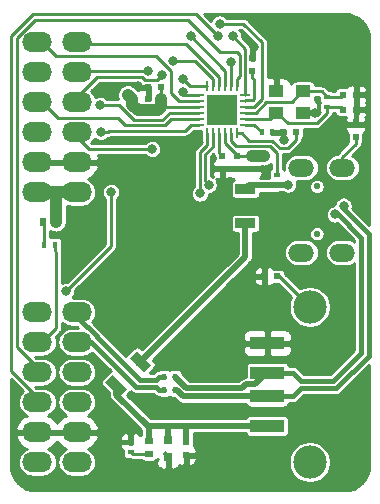
<source format=gtl>
G04 #@! TF.GenerationSoftware,KiCad,Pcbnew,5.1.1*
G04 #@! TF.CreationDate,2019-05-05T16:22:27-07:00*
G04 #@! TF.ProjectId,pmod-usb-analyser-openvizla,706d6f64-2d75-4736-922d-616e616c7973,rev?*
G04 #@! TF.SameCoordinates,PX26449c8PY4c8cf18*
G04 #@! TF.FileFunction,Copper,L1,Top*
G04 #@! TF.FilePolarity,Positive*
%FSLAX46Y46*%
G04 Gerber Fmt 4.6, Leading zero omitted, Abs format (unit mm)*
G04 Created by KiCad (PCBNEW 5.1.1) date 2019-05-05 16:22:27*
%MOMM*%
%LPD*%
G04 APERTURE LIST*
%ADD10R,1.700000X0.900000*%
%ADD11C,0.900000*%
%ADD12C,0.100000*%
%ADD13C,2.819400*%
%ADD14R,2.879999X1.120000*%
%ADD15R,0.600000X0.500000*%
%ADD16R,1.300000X1.100000*%
%ADD17R,2.590800X2.590800*%
%ADD18R,0.807999X0.264800*%
%ADD19R,0.264800X0.807999*%
%ADD20R,0.400000X0.600000*%
%ADD21R,0.600000X0.400000*%
%ADD22C,0.550000*%
%ADD23O,2.200000X1.500000*%
%ADD24O,2.540000X1.700000*%
%ADD25R,0.600000X0.700000*%
%ADD26R,0.700000X0.600000*%
%ADD27R,0.500000X0.600000*%
%ADD28R,0.750000X0.800000*%
%ADD29C,0.800000*%
%ADD30C,0.250000*%
%ADD31C,1.000000*%
%ADD32C,0.500000*%
%ADD33C,0.400000*%
%ADD34C,0.254000*%
G04 APERTURE END LIST*
D10*
X20261580Y23013080D03*
X20261580Y25913080D03*
D11*
X9320970Y9257470D03*
D12*
G36*
X9603813Y8338231D02*
G01*
X8401731Y9540313D01*
X9038127Y10176709D01*
X10240209Y8974627D01*
X9603813Y8338231D01*
X9603813Y8338231D01*
G37*
D11*
X11371580Y11308080D03*
D12*
G36*
X11654423Y10388841D02*
G01*
X10452341Y11590923D01*
X11088737Y12227319D01*
X12290819Y11025237D01*
X11654423Y10388841D01*
X11654423Y10388841D01*
G37*
D13*
X25715279Y15934980D03*
X25715279Y2794980D03*
D14*
X22106480Y12864980D03*
X22106480Y10364981D03*
X22106480Y8364980D03*
X22106480Y5864980D03*
D15*
X22970580Y18547080D03*
X21870580Y18547080D03*
D16*
X22858080Y34179080D03*
X25158080Y34179080D03*
X25158080Y32379080D03*
X22858080Y32379080D03*
D17*
X18293080Y32644080D03*
D18*
X20259180Y33914080D03*
X20259180Y33406080D03*
X20259180Y32898080D03*
X20259180Y32390080D03*
X20259180Y31882080D03*
X20259180Y31374080D03*
D19*
X19563080Y30677980D03*
X19055080Y30677980D03*
X18547080Y30677980D03*
X18039080Y30677980D03*
X17531080Y30677980D03*
X17023080Y30677980D03*
D18*
X16326980Y31374080D03*
X16326980Y31882080D03*
X16326980Y32390080D03*
X16326980Y32898080D03*
X16326980Y33406080D03*
X16326980Y33914080D03*
D19*
X17023080Y34610180D03*
X17531080Y34610180D03*
X18039080Y34610180D03*
X18547080Y34610180D03*
X19055080Y34610180D03*
X19563080Y34610180D03*
D20*
X3238080Y21214080D03*
X4138080Y21214080D03*
D21*
X10546080Y3619080D03*
X10546080Y4519080D03*
X27183080Y32829080D03*
X27183080Y33729080D03*
D20*
X22553080Y30739080D03*
X21653080Y30739080D03*
D21*
X22928580Y27125080D03*
X22928580Y26225080D03*
D20*
X13398080Y10038080D03*
X14298080Y10038080D03*
X13398080Y8895080D03*
X14298080Y8895080D03*
D22*
X26312080Y26135080D03*
X26312080Y22135080D03*
D23*
X24992080Y27735080D03*
X28462080Y27735080D03*
X24992080Y20535080D03*
X28462080Y20535080D03*
D24*
X5993080Y2799080D03*
X2653080Y2799080D03*
X5993080Y5339080D03*
X2653080Y5339080D03*
X5993080Y7879080D03*
X2653080Y7879080D03*
X5993080Y10419080D03*
X2653080Y10419080D03*
X5993080Y12959080D03*
X2653080Y12959080D03*
X5993080Y15499080D03*
X2653080Y15499080D03*
X5993080Y25659080D03*
X2653080Y25659080D03*
X5993080Y28199080D03*
X2653080Y28199080D03*
X5993080Y30739080D03*
X2653080Y30739080D03*
X5993080Y33279080D03*
X2653080Y33279080D03*
X5993080Y35819080D03*
X2653080Y35819080D03*
X5993080Y38359080D03*
X2653080Y38359080D03*
D25*
X4238080Y23119080D03*
X3138080Y23119080D03*
D26*
X12070080Y4619080D03*
X12070080Y3519080D03*
D27*
X29596080Y30316080D03*
X29596080Y31416080D03*
D15*
X28538080Y33914080D03*
X29638080Y33914080D03*
X28538080Y32644080D03*
X29638080Y32644080D03*
X24558080Y30739080D03*
X23458080Y30739080D03*
X13128080Y34549080D03*
X12028080Y34549080D03*
X13128080Y33533080D03*
X12028080Y33533080D03*
D27*
X18293080Y28749080D03*
X18293080Y27649080D03*
X20833080Y35904080D03*
X20833080Y37004080D03*
X15245080Y4492080D03*
X15245080Y3392080D03*
X20833080Y28749080D03*
X20833080Y27649080D03*
D28*
X13721080Y3192080D03*
X13721080Y4692080D03*
D27*
X19563080Y28749080D03*
X19563080Y27649080D03*
D29*
X10292080Y33914080D03*
X21849080Y28707080D03*
X26167080Y32390080D03*
X20960080Y37978080D03*
X23500080Y30104080D03*
X11181080Y34676080D03*
X18277075Y32855090D03*
X11435080Y28453080D03*
X11181080Y24389080D03*
X12768580Y26230580D03*
X12006580Y25341580D03*
X22928580Y35819080D03*
X16397848Y25541848D03*
X27827848Y23763848D03*
X17140312Y26284312D03*
X28570312Y24506312D03*
X23881080Y26294080D03*
X14947836Y34119657D03*
X12368610Y29291261D03*
X8043070Y30739080D03*
X13213080Y35565080D03*
X14947836Y35253591D03*
X14102206Y36774275D03*
X12041610Y35913873D03*
X7982925Y33038915D03*
X5085080Y17277080D03*
X19182080Y38867080D03*
X19055080Y36708080D03*
X15626080Y38867080D03*
X17912080Y38867080D03*
X18076070Y39920070D03*
X8895080Y25659080D03*
D30*
X19563080Y28799080D02*
X19563080Y28749080D01*
X18547080Y29815080D02*
X19563080Y28799080D01*
X18547080Y30677980D02*
X18547080Y29815080D01*
X20833080Y28749080D02*
X19563080Y28749080D01*
X13128080Y33033080D02*
X13128080Y33533080D01*
X16326980Y32898080D02*
X13263080Y32898080D01*
X13263080Y32898080D02*
X13128080Y33033080D01*
X13128080Y33533080D02*
X13128080Y34549080D01*
D31*
X3053080Y25659080D02*
X5593080Y25659080D01*
X4238080Y24469080D02*
X4196080Y24511080D01*
X4238080Y23119080D02*
X4238080Y24469080D01*
X4196080Y24511080D02*
X4196080Y25659080D01*
X4196080Y25659080D02*
X3053080Y25659080D01*
X13128080Y32823078D02*
X13128080Y33533080D01*
X12888081Y32583079D02*
X13128080Y32823078D01*
X11168079Y32583079D02*
X12888081Y32583079D01*
X10692079Y33059079D02*
X11168079Y32583079D01*
X10292080Y33914080D02*
X10692079Y33514081D01*
X10692079Y33514081D02*
X10692079Y33059079D01*
X21807080Y28749080D02*
X21849080Y28707080D01*
X20833080Y28749080D02*
X21807080Y28749080D01*
X21849080Y28707080D02*
X21849080Y28749081D01*
D30*
X25158080Y32379080D02*
X26156080Y32379080D01*
X26156080Y32379080D02*
X26167080Y32390080D01*
X20833080Y37851080D02*
X20960080Y37978080D01*
X20833080Y37004080D02*
X20833080Y37851080D01*
X22553080Y30739080D02*
X23458080Y30739080D01*
X23458080Y30146080D02*
X23500080Y30104080D01*
X23458080Y30739080D02*
X23458080Y30146080D01*
X12028080Y33533080D02*
X12028080Y34549080D01*
X11308080Y34549080D02*
X11181080Y34676080D01*
X12028080Y34549080D02*
X11308080Y34549080D01*
X20942080Y27540080D02*
X20833080Y27649080D01*
X13367080Y3519080D02*
X13467080Y3619080D01*
X10646080Y3519080D02*
X10546080Y3619080D01*
X12070080Y3519080D02*
X10646080Y3519080D01*
X3238080Y23019080D02*
X3138080Y23119080D01*
X3238080Y21214080D02*
X3238080Y23019080D01*
D32*
X21116480Y9374981D02*
X20306480Y9374981D01*
X22106480Y10364981D02*
X21116480Y9374981D01*
X20306480Y9374981D02*
X19996479Y9064980D01*
X19996479Y9064980D02*
X15271180Y9064980D01*
X15271180Y9064980D02*
X14298080Y10038080D01*
D33*
X24941481Y9689980D02*
X27675360Y9689980D01*
X22106480Y10364981D02*
X24266480Y10364981D01*
X24266480Y10364981D02*
X24941481Y9689980D01*
X27675360Y9689980D02*
X30063080Y12077700D01*
X30063080Y12077700D02*
X30063080Y21811460D01*
X28110692Y23763848D02*
X27827848Y23763848D01*
X30063080Y21811460D02*
X28110692Y23763848D01*
D30*
X17023080Y30071980D02*
X17023080Y30677980D01*
X16397848Y29035048D02*
X17052080Y29689280D01*
X17052080Y30042980D02*
X17023080Y30071980D01*
X17052080Y29689280D02*
X17052080Y30042980D01*
X16397848Y25541848D02*
X16397848Y29035048D01*
D32*
X14981230Y8364980D02*
X14451130Y8895080D01*
X14451130Y8895080D02*
X14298080Y8895080D01*
X22106480Y8364980D02*
X14981230Y8364980D01*
D33*
X22106480Y8364980D02*
X24266480Y8364980D01*
X24941481Y9039981D02*
X27944601Y9039981D01*
X24266480Y8364980D02*
X24941481Y9039981D01*
X27944601Y9039981D02*
X30713080Y11808460D01*
X30713080Y11808460D02*
X30713080Y22080700D01*
X30713080Y22080700D02*
X28570312Y24223468D01*
X28570312Y24223468D02*
X28570312Y24506312D01*
D30*
X17531080Y30071980D02*
X17531080Y30677980D01*
X17502080Y30042980D02*
X17531080Y30071980D01*
X17502080Y29502880D02*
X17502080Y30042980D01*
X16847848Y26576776D02*
X16847848Y28848648D01*
X16847848Y28848648D02*
X17502080Y29502880D01*
X17140312Y26284312D02*
X16847848Y26576776D01*
D32*
X22997580Y26294080D02*
X22928580Y26225080D01*
X23881080Y26294080D02*
X22997580Y26294080D01*
D30*
X20988181Y33521679D02*
X20988181Y35198979D01*
X20923181Y33456679D02*
X20988181Y33521679D01*
X20259180Y33456679D02*
X20923181Y33456679D01*
X20259180Y33406080D02*
X20259180Y33456679D01*
X20988181Y35198979D02*
X20833080Y35354080D01*
X20833080Y35354080D02*
X20833080Y35904080D01*
X18039080Y29003080D02*
X18293080Y28749080D01*
X18039080Y30677980D02*
X18039080Y29003080D01*
X23152078Y29379078D02*
X23848082Y29379078D01*
X19563080Y30677980D02*
X19945480Y30677980D01*
X19945480Y30677980D02*
X20599358Y30024102D01*
X24558080Y30089076D02*
X24558080Y30739080D01*
X22507054Y30024102D02*
X23152078Y29379078D01*
X23848082Y29379078D02*
X24558080Y30089076D01*
X20599358Y30024102D02*
X22507054Y30024102D01*
X22361080Y31882080D02*
X22858080Y32379080D01*
X20259180Y31882080D02*
X22361080Y31882080D01*
X27183080Y32379080D02*
X27183080Y32829080D01*
X26308079Y31504079D02*
X27183080Y32379080D01*
X23833081Y31504079D02*
X26308079Y31504079D01*
X22958080Y32379080D02*
X23833081Y31504079D01*
X22858080Y32379080D02*
X22958080Y32379080D01*
X28353080Y32829080D02*
X28538080Y32644080D01*
X27183080Y32829080D02*
X28353080Y32829080D01*
X26733080Y34179080D02*
X27183080Y33729080D01*
X25158080Y34179080D02*
X26733080Y34179080D01*
X28353080Y33729080D02*
X28538080Y33914080D01*
X27183080Y33729080D02*
X28353080Y33729080D01*
X21129404Y32390080D02*
X22043403Y33304079D01*
X22043403Y33304079D02*
X24183079Y33304079D01*
X20259180Y32390080D02*
X21129404Y32390080D01*
X25058080Y34179080D02*
X25158080Y34179080D01*
X24183079Y33304079D02*
X25058080Y34179080D01*
X15153413Y33914080D02*
X14947836Y34119657D01*
X16326980Y33914080D02*
X15153413Y33914080D01*
X7040899Y29291261D02*
X12368610Y29291261D01*
X5593080Y30739080D02*
X7040899Y29291261D01*
X8608755Y30739080D02*
X8043070Y30739080D01*
X15672981Y31374080D02*
X15156947Y30858046D01*
X8727721Y30858046D02*
X8608755Y30739080D01*
X15156947Y30858046D02*
X8727721Y30858046D01*
X16326980Y31374080D02*
X15672981Y31374080D01*
X6863080Y34549080D02*
X5593080Y33279080D01*
X15591247Y34610180D02*
X14947836Y35253591D01*
X17023080Y34610180D02*
X15591247Y34610180D01*
X11765083Y35165081D02*
X11529082Y35401082D01*
X13213080Y35565080D02*
X12813081Y35165081D01*
X7715082Y35401082D02*
X5593080Y33279080D01*
X12813081Y35165081D02*
X11765083Y35165081D01*
X11529082Y35401082D02*
X7715082Y35401082D01*
X13416211Y31308057D02*
X10078952Y31308057D01*
X16326980Y31882080D02*
X13990233Y31882080D01*
X10078952Y31308057D02*
X9472919Y31914090D01*
X4418070Y31914090D02*
X3053080Y33279080D01*
X13990233Y31882080D02*
X13416211Y31308057D01*
X9472919Y31914090D02*
X4418070Y31914090D01*
X17531080Y35264179D02*
X16020984Y36774275D01*
X16020984Y36774275D02*
X14102206Y36774275D01*
X17531080Y34610180D02*
X17531080Y35264179D01*
X5687873Y35913873D02*
X12041610Y35913873D01*
X5593080Y35819080D02*
X5687873Y35913873D01*
X9545502Y33038915D02*
X7982925Y33038915D01*
X16326980Y32390080D02*
X13861823Y32390080D01*
X10826349Y31758068D02*
X9545502Y33038915D01*
X13229811Y31758068D02*
X10826349Y31758068D01*
X13861823Y32390080D02*
X13229811Y31758068D01*
X18039080Y34610180D02*
X18039080Y35392589D01*
X18039080Y35392589D02*
X15264341Y38167328D01*
X15264341Y38167328D02*
X5784832Y38167328D01*
X5784832Y38167328D02*
X5593080Y38359080D01*
X13938081Y35913081D02*
X12667092Y37184070D01*
X16326980Y33406080D02*
X15672981Y33406080D01*
X14611065Y33348091D02*
X13938081Y34021075D01*
X4228090Y37184070D02*
X3053080Y38359080D01*
X15614992Y33348091D02*
X14611065Y33348091D01*
X12667092Y37184070D02*
X4228090Y37184070D01*
X15672981Y33406080D02*
X15614992Y33348091D01*
X13938081Y34021075D02*
X13938081Y35913081D01*
X20259180Y34296480D02*
X20259180Y33914080D01*
X20258079Y34297581D02*
X20259180Y34296480D01*
X20258079Y37791081D02*
X20258079Y34297581D01*
X19182080Y38867080D02*
X20258079Y37791081D01*
X19055080Y34610180D02*
X19055080Y36768472D01*
X19055080Y36708080D02*
X19055080Y34610180D01*
X19563080Y35264179D02*
X19808068Y35509167D01*
X19563080Y37528071D02*
X18108089Y37528071D01*
X894080Y12578080D02*
X3053080Y10419080D01*
X19563080Y34610180D02*
X19563080Y35264179D01*
X2476365Y40264080D02*
X894080Y38681795D01*
X894080Y38681795D02*
X894080Y12578080D01*
X15372080Y40264080D02*
X2476365Y40264080D01*
X18108089Y37528071D02*
X15372080Y40264080D01*
X19808068Y37283083D02*
X19563080Y37528071D01*
X19808068Y35509167D02*
X19808068Y37283083D01*
X4138080Y20664080D02*
X4138080Y21214080D01*
X4248090Y20554070D02*
X4138080Y20664080D01*
X4248090Y14154090D02*
X4248090Y20554070D01*
X3053080Y12959080D02*
X4248090Y14154090D01*
X18547080Y34610180D02*
X18547080Y35946080D01*
X18547080Y35946080D02*
X15626080Y38867080D01*
X16065069Y40714091D02*
X2289965Y40714091D01*
X17912080Y38867080D02*
X16065069Y40714091D01*
X444069Y38868195D02*
X444069Y10488091D01*
X444069Y10488091D02*
X3053080Y7879080D01*
X2289965Y40714091D02*
X444069Y38868195D01*
X20091094Y39920070D02*
X18076070Y39920070D01*
X21685082Y33582169D02*
X21685082Y38326082D01*
X21685082Y38326082D02*
X20091094Y39920070D01*
X21000993Y32898080D02*
X21685082Y33582169D01*
X20259180Y32898080D02*
X21000993Y32898080D01*
X28462080Y28632080D02*
X28462080Y28560090D01*
X29596080Y30316080D02*
X29596080Y29766080D01*
X29596080Y29766080D02*
X28462080Y28632080D01*
X8895080Y21087080D02*
X5085080Y17277080D01*
X8895080Y25659080D02*
X8895080Y21087080D01*
X19055080Y30677980D02*
X19055080Y30023981D01*
X19055080Y30023981D02*
X19504970Y29574091D01*
X19504970Y29574091D02*
X22320654Y29574091D01*
X22928580Y27125080D02*
X22928580Y28961080D01*
X22928580Y28961080D02*
X22357080Y29532580D01*
X21018080Y31374080D02*
X21653080Y30739080D01*
X20259180Y31374080D02*
X21018080Y31374080D01*
D33*
X7213841Y12959080D02*
X5593080Y12959080D01*
X11031341Y9141580D02*
X7213841Y12959080D01*
X12701579Y9141580D02*
X11031341Y9141580D01*
X13398080Y8895080D02*
X12948079Y8895080D01*
X12948079Y8895080D02*
X12701579Y9141580D01*
D32*
X9320970Y8521074D02*
X11977064Y5864980D01*
X9320970Y9257470D02*
X9320970Y8521074D01*
X12070080Y4619080D02*
X12070080Y5847080D01*
X19326980Y5864980D02*
X22106480Y5864980D01*
X15245080Y5847080D02*
X15245080Y4492080D01*
X15262980Y5864980D02*
X15245080Y5847080D01*
X15262980Y5864980D02*
X19326980Y5864980D01*
X13721080Y5847080D02*
X13721080Y4692080D01*
X13738980Y5864980D02*
X13721080Y5847080D01*
X11977064Y5864980D02*
X13738980Y5864980D01*
X13738980Y5864980D02*
X15262980Y5864980D01*
D30*
X23103179Y18547080D02*
X22970580Y18547080D01*
X25715279Y15934980D02*
X23103179Y18547080D01*
D33*
X6930851Y14209090D02*
X6883070Y14209090D01*
X12948079Y10038080D02*
X12701579Y9791580D01*
X13398080Y10038080D02*
X12948079Y10038080D01*
X12701579Y9791580D02*
X11300580Y9791580D01*
X11300580Y9791580D02*
X7663090Y13429070D01*
X6883070Y14209090D02*
X5593080Y15499080D01*
X7663090Y13429070D02*
X7663090Y13476851D01*
X7663090Y13476851D02*
X6930851Y14209090D01*
D32*
X20573580Y26225080D02*
X20261580Y25913080D01*
X22928580Y26225080D02*
X20573580Y26225080D01*
X20261580Y20198080D02*
X11371580Y11308080D01*
X20261580Y23013080D02*
X20261580Y20198080D01*
D34*
G36*
X4885864Y14470589D02*
G01*
X5099717Y14356282D01*
X5331762Y14285892D01*
X5512608Y14268080D01*
X6002422Y14268080D01*
X6080422Y14190080D01*
X5512608Y14190080D01*
X5331762Y14172268D01*
X5099717Y14101878D01*
X4885864Y13987571D01*
X4698420Y13833740D01*
X4544589Y13646296D01*
X4430282Y13432443D01*
X4359892Y13200398D01*
X4336124Y12959080D01*
X4359892Y12717762D01*
X4430282Y12485717D01*
X4544589Y12271864D01*
X4698420Y12084420D01*
X4885864Y11930589D01*
X5099717Y11816282D01*
X5331762Y11745892D01*
X5512608Y11728080D01*
X6473552Y11728080D01*
X6654398Y11745892D01*
X6886443Y11816282D01*
X7100296Y11930589D01*
X7276263Y12075001D01*
X8845503Y10505760D01*
X8825431Y10495031D01*
X8767416Y10447420D01*
X8131020Y9811024D01*
X8083409Y9753009D01*
X8048030Y9686821D01*
X8026244Y9615002D01*
X8018888Y9540313D01*
X8026244Y9465624D01*
X8048030Y9393805D01*
X8083409Y9327617D01*
X8131020Y9269602D01*
X8689970Y8710652D01*
X8689970Y8552064D01*
X8686918Y8521074D01*
X8689970Y8490084D01*
X8689970Y8490076D01*
X8699100Y8397376D01*
X8708927Y8364980D01*
X8735181Y8278433D01*
X8793774Y8168814D01*
X8852867Y8096809D01*
X8852870Y8096806D01*
X8872628Y8072731D01*
X8896703Y8052973D01*
X11439081Y5510594D01*
X11439080Y5177254D01*
X11401758Y5131776D01*
X11372763Y5077531D01*
X11367332Y5087092D01*
X11285521Y5181711D01*
X11186822Y5258553D01*
X11075029Y5314662D01*
X10954437Y5347884D01*
X10831830Y5354080D01*
X10673080Y5195330D01*
X10673080Y4592080D01*
X10693080Y4592080D01*
X10693080Y4446080D01*
X10673080Y4446080D01*
X10673080Y4372080D01*
X10419080Y4372080D01*
X10419080Y4446080D01*
X9769830Y4446080D01*
X9611080Y4287330D01*
X9623674Y4178556D01*
X9663048Y4059831D01*
X9724828Y3951068D01*
X9806639Y3856449D01*
X9863237Y3812385D01*
X9863237Y3419080D01*
X9870593Y3344391D01*
X9892379Y3272572D01*
X9927758Y3206384D01*
X9975369Y3148369D01*
X10033384Y3100758D01*
X10099572Y3065379D01*
X10171391Y3043593D01*
X10246080Y3036237D01*
X10494685Y3036237D01*
X10528878Y3025865D01*
X10546886Y3020402D01*
X10556774Y3019428D01*
X10621226Y3013080D01*
X10621233Y3013080D01*
X10646079Y3010633D01*
X10670925Y3013080D01*
X11398179Y3013080D01*
X11401758Y3006384D01*
X11449369Y2948369D01*
X11507384Y2900758D01*
X11573572Y2865379D01*
X11645391Y2843593D01*
X11720080Y2836237D01*
X12420080Y2836237D01*
X12494769Y2843593D01*
X12566588Y2865379D01*
X12632776Y2900758D01*
X12690791Y2948369D01*
X12738402Y3006384D01*
X12769775Y3065078D01*
X12869828Y3065078D01*
X12711080Y2906330D01*
X12708008Y2792080D01*
X12720268Y2667598D01*
X12756578Y2547900D01*
X12815543Y2437586D01*
X12894895Y2340895D01*
X12991586Y2261543D01*
X13101900Y2202578D01*
X13221598Y2166268D01*
X13346080Y2154008D01*
X13435330Y2157080D01*
X13594080Y2315830D01*
X13594080Y3065080D01*
X13574080Y3065080D01*
X13574080Y3319080D01*
X13594080Y3319080D01*
X13594080Y3339080D01*
X13848080Y3339080D01*
X13848080Y3319080D01*
X13868080Y3319080D01*
X13868080Y3065080D01*
X13848080Y3065080D01*
X13848080Y2315830D01*
X14006830Y2157080D01*
X14096080Y2154008D01*
X14220562Y2166268D01*
X14340260Y2202578D01*
X14450574Y2261543D01*
X14547265Y2340895D01*
X14626617Y2437586D01*
X14681355Y2539992D01*
X14735831Y2509048D01*
X14854556Y2469674D01*
X14963330Y2457080D01*
X15122080Y2615830D01*
X15122080Y3265080D01*
X15368080Y3265080D01*
X15368080Y2615830D01*
X15526830Y2457080D01*
X15635604Y2469674D01*
X15754329Y2509048D01*
X15863092Y2570828D01*
X15957711Y2652639D01*
X16034553Y2751338D01*
X16090662Y2863131D01*
X16120475Y2971349D01*
X23924579Y2971349D01*
X23924579Y2618611D01*
X23993395Y2272652D01*
X24128382Y1946766D01*
X24324352Y1653476D01*
X24573775Y1404053D01*
X24867065Y1208083D01*
X25192951Y1073096D01*
X25538910Y1004280D01*
X25891648Y1004280D01*
X26237607Y1073096D01*
X26563493Y1208083D01*
X26856783Y1404053D01*
X27106206Y1653476D01*
X27302176Y1946766D01*
X27437163Y2272652D01*
X27505979Y2618611D01*
X27505979Y2971349D01*
X27437163Y3317308D01*
X27302176Y3643194D01*
X27106206Y3936484D01*
X26856783Y4185907D01*
X26563493Y4381877D01*
X26237607Y4516864D01*
X25891648Y4585680D01*
X25538910Y4585680D01*
X25192951Y4516864D01*
X24867065Y4381877D01*
X24573775Y4185907D01*
X24324352Y3936484D01*
X24128382Y3643194D01*
X23993395Y3317308D01*
X23924579Y2971349D01*
X16120475Y2971349D01*
X16123884Y2983723D01*
X16130080Y3106330D01*
X15971330Y3265080D01*
X15368080Y3265080D01*
X15122080Y3265080D01*
X15098080Y3265080D01*
X15098080Y3519080D01*
X15122080Y3519080D01*
X15122080Y3539080D01*
X15368080Y3539080D01*
X15368080Y3519080D01*
X15971330Y3519080D01*
X16130080Y3677830D01*
X16123884Y3800437D01*
X16090662Y3921029D01*
X16034553Y4032822D01*
X15957711Y4131521D01*
X15877923Y4200509D01*
X15877923Y4792080D01*
X15876080Y4810793D01*
X15876080Y5233980D01*
X20290631Y5233980D01*
X20290994Y5230291D01*
X20312780Y5158472D01*
X20348159Y5092284D01*
X20395770Y5034269D01*
X20453785Y4986658D01*
X20519973Y4951279D01*
X20591792Y4929493D01*
X20666481Y4922137D01*
X23546479Y4922137D01*
X23621168Y4929493D01*
X23692987Y4951279D01*
X23759175Y4986658D01*
X23817190Y5034269D01*
X23864801Y5092284D01*
X23900180Y5158472D01*
X23921966Y5230291D01*
X23929322Y5304980D01*
X23929322Y6424980D01*
X23921966Y6499669D01*
X23900180Y6571488D01*
X23864801Y6637676D01*
X23817190Y6695691D01*
X23759175Y6743302D01*
X23692987Y6778681D01*
X23621168Y6800467D01*
X23546479Y6807823D01*
X20666481Y6807823D01*
X20591792Y6800467D01*
X20519973Y6778681D01*
X20453785Y6743302D01*
X20395770Y6695691D01*
X20348159Y6637676D01*
X20312780Y6571488D01*
X20290994Y6499669D01*
X20290631Y6495980D01*
X15293967Y6495980D01*
X15262979Y6499032D01*
X15231991Y6495980D01*
X13769967Y6495980D01*
X13738979Y6499032D01*
X13707991Y6495980D01*
X12238433Y6495980D01*
X10270708Y8463704D01*
X10510920Y8703916D01*
X10558531Y8761931D01*
X10569260Y8782003D01*
X10600328Y8750935D01*
X10618524Y8728763D01*
X10706993Y8656159D01*
X10807926Y8602209D01*
X10917445Y8568987D01*
X11002801Y8560580D01*
X11002803Y8560580D01*
X11031340Y8557769D01*
X11059877Y8560580D01*
X12460922Y8560580D01*
X12517062Y8504440D01*
X12535262Y8482263D01*
X12623731Y8409659D01*
X12674759Y8382384D01*
X12724664Y8355709D01*
X12834183Y8322487D01*
X12942684Y8311800D01*
X12985384Y8276758D01*
X13051572Y8241379D01*
X13123391Y8219593D01*
X13198080Y8212237D01*
X13598080Y8212237D01*
X13672769Y8219593D01*
X13744588Y8241379D01*
X13810776Y8276758D01*
X13848080Y8307372D01*
X13885384Y8276758D01*
X13951572Y8241379D01*
X14023391Y8219593D01*
X14098080Y8212237D01*
X14241605Y8212237D01*
X14513129Y7940712D01*
X14532887Y7916637D01*
X14556962Y7896879D01*
X14556964Y7896877D01*
X14628969Y7837784D01*
X14738588Y7779191D01*
X14857532Y7743110D01*
X14981230Y7730927D01*
X15012228Y7733980D01*
X20290631Y7733980D01*
X20290994Y7730291D01*
X20312780Y7658472D01*
X20348159Y7592284D01*
X20395770Y7534269D01*
X20453785Y7486658D01*
X20519973Y7451279D01*
X20591792Y7429493D01*
X20666481Y7422137D01*
X23546479Y7422137D01*
X23621168Y7429493D01*
X23692987Y7451279D01*
X23759175Y7486658D01*
X23817190Y7534269D01*
X23864801Y7592284D01*
X23900180Y7658472D01*
X23921966Y7730291D01*
X23927254Y7783980D01*
X24237940Y7783980D01*
X24266480Y7781169D01*
X24295020Y7783980D01*
X24380376Y7792387D01*
X24489895Y7825609D01*
X24590828Y7879559D01*
X24679297Y7952163D01*
X24697497Y7974340D01*
X25182139Y8458981D01*
X27916061Y8458981D01*
X27944601Y8456170D01*
X27973141Y8458981D01*
X28058497Y8467388D01*
X28168016Y8500610D01*
X28268949Y8554560D01*
X28357418Y8627164D01*
X28375618Y8649341D01*
X30731080Y11004802D01*
X30731080Y2538735D01*
X30689529Y2114965D01*
X30569261Y1716616D01*
X30373911Y1349218D01*
X30110925Y1026765D01*
X29790306Y761526D01*
X29424284Y563619D01*
X29026788Y440574D01*
X28593943Y395080D01*
X2532934Y395080D01*
X2098965Y437631D01*
X1700616Y557899D01*
X1333218Y753249D01*
X1010765Y1016235D01*
X745526Y1336854D01*
X547619Y1702876D01*
X424574Y2100372D01*
X379080Y2533217D01*
X379080Y4982190D01*
X791604Y4982190D01*
X812517Y4888127D01*
X927789Y4619654D01*
X1093223Y4378828D01*
X1302461Y4174904D01*
X1547462Y4015719D01*
X1748047Y3935640D01*
X1545864Y3827571D01*
X1358420Y3673740D01*
X1204589Y3486296D01*
X1090282Y3272443D01*
X1019892Y3040398D01*
X996124Y2799080D01*
X1019892Y2557762D01*
X1090282Y2325717D01*
X1204589Y2111864D01*
X1358420Y1924420D01*
X1545864Y1770589D01*
X1759717Y1656282D01*
X1991762Y1585892D01*
X2172608Y1568080D01*
X3133552Y1568080D01*
X3314398Y1585892D01*
X3546443Y1656282D01*
X3760296Y1770589D01*
X3947740Y1924420D01*
X4101571Y2111864D01*
X4215878Y2325717D01*
X4286268Y2557762D01*
X4310036Y2799080D01*
X4286268Y3040398D01*
X4215878Y3272443D01*
X4101571Y3486296D01*
X3947740Y3673740D01*
X3760296Y3827571D01*
X3558113Y3935640D01*
X3758698Y4015719D01*
X4003699Y4174904D01*
X4212937Y4378828D01*
X4323080Y4539166D01*
X4433223Y4378828D01*
X4642461Y4174904D01*
X4887462Y4015719D01*
X5088047Y3935640D01*
X4885864Y3827571D01*
X4698420Y3673740D01*
X4544589Y3486296D01*
X4430282Y3272443D01*
X4359892Y3040398D01*
X4336124Y2799080D01*
X4359892Y2557762D01*
X4430282Y2325717D01*
X4544589Y2111864D01*
X4698420Y1924420D01*
X4885864Y1770589D01*
X5099717Y1656282D01*
X5331762Y1585892D01*
X5512608Y1568080D01*
X6473552Y1568080D01*
X6654398Y1585892D01*
X6886443Y1656282D01*
X7100296Y1770589D01*
X7287740Y1924420D01*
X7441571Y2111864D01*
X7555878Y2325717D01*
X7626268Y2557762D01*
X7650036Y2799080D01*
X7626268Y3040398D01*
X7555878Y3272443D01*
X7441571Y3486296D01*
X7287740Y3673740D01*
X7100296Y3827571D01*
X6898113Y3935640D01*
X7098698Y4015719D01*
X7343699Y4174904D01*
X7552937Y4378828D01*
X7718371Y4619654D01*
X7774692Y4750830D01*
X9611080Y4750830D01*
X9769830Y4592080D01*
X10419080Y4592080D01*
X10419080Y5195330D01*
X10260330Y5354080D01*
X10137723Y5347884D01*
X10017131Y5314662D01*
X9905338Y5258553D01*
X9806639Y5181711D01*
X9724828Y5087092D01*
X9663048Y4978329D01*
X9623674Y4859604D01*
X9611080Y4750830D01*
X7774692Y4750830D01*
X7833643Y4888127D01*
X7854556Y4982190D01*
X7733235Y5212080D01*
X6120080Y5212080D01*
X6120080Y5192080D01*
X5866080Y5192080D01*
X5866080Y5212080D01*
X2780080Y5212080D01*
X2780080Y5192080D01*
X2526080Y5192080D01*
X2526080Y5212080D01*
X912925Y5212080D01*
X791604Y4982190D01*
X379080Y4982190D01*
X379080Y9837489D01*
X1415766Y8800803D01*
X1358420Y8753740D01*
X1204589Y8566296D01*
X1090282Y8352443D01*
X1019892Y8120398D01*
X996124Y7879080D01*
X1019892Y7637762D01*
X1090282Y7405717D01*
X1204589Y7191864D01*
X1358420Y7004420D01*
X1545864Y6850589D01*
X1748047Y6742520D01*
X1547462Y6662441D01*
X1302461Y6503256D01*
X1093223Y6299332D01*
X927789Y6058506D01*
X812517Y5790033D01*
X791604Y5695970D01*
X912925Y5466080D01*
X2526080Y5466080D01*
X2526080Y5486080D01*
X2780080Y5486080D01*
X2780080Y5466080D01*
X5866080Y5466080D01*
X5866080Y5486080D01*
X6120080Y5486080D01*
X6120080Y5466080D01*
X7733235Y5466080D01*
X7854556Y5695970D01*
X7833643Y5790033D01*
X7718371Y6058506D01*
X7552937Y6299332D01*
X7343699Y6503256D01*
X7098698Y6662441D01*
X6898113Y6742520D01*
X7100296Y6850589D01*
X7287740Y7004420D01*
X7441571Y7191864D01*
X7555878Y7405717D01*
X7626268Y7637762D01*
X7650036Y7879080D01*
X7626268Y8120398D01*
X7555878Y8352443D01*
X7441571Y8566296D01*
X7287740Y8753740D01*
X7100296Y8907571D01*
X6886443Y9021878D01*
X6654398Y9092268D01*
X6473552Y9110080D01*
X5512608Y9110080D01*
X5331762Y9092268D01*
X5099717Y9021878D01*
X4885864Y8907571D01*
X4698420Y8753740D01*
X4544589Y8566296D01*
X4430282Y8352443D01*
X4359892Y8120398D01*
X4336124Y7879080D01*
X4359892Y7637762D01*
X4430282Y7405717D01*
X4544589Y7191864D01*
X4698420Y7004420D01*
X4885864Y6850589D01*
X5088047Y6742520D01*
X4887462Y6662441D01*
X4642461Y6503256D01*
X4433223Y6299332D01*
X4323080Y6138994D01*
X4212937Y6299332D01*
X4003699Y6503256D01*
X3758698Y6662441D01*
X3558113Y6742520D01*
X3760296Y6850589D01*
X3947740Y7004420D01*
X4101571Y7191864D01*
X4215878Y7405717D01*
X4286268Y7637762D01*
X4310036Y7879080D01*
X4286268Y8120398D01*
X4215878Y8352443D01*
X4101571Y8566296D01*
X3947740Y8753740D01*
X3760296Y8907571D01*
X3546443Y9021878D01*
X3314398Y9092268D01*
X3133552Y9110080D01*
X2537672Y9110080D01*
X2459672Y9188080D01*
X3133552Y9188080D01*
X3314398Y9205892D01*
X3546443Y9276282D01*
X3760296Y9390589D01*
X3947740Y9544420D01*
X4101571Y9731864D01*
X4215878Y9945717D01*
X4286268Y10177762D01*
X4310036Y10419080D01*
X4336124Y10419080D01*
X4359892Y10177762D01*
X4430282Y9945717D01*
X4544589Y9731864D01*
X4698420Y9544420D01*
X4885864Y9390589D01*
X5099717Y9276282D01*
X5331762Y9205892D01*
X5512608Y9188080D01*
X6473552Y9188080D01*
X6654398Y9205892D01*
X6886443Y9276282D01*
X7100296Y9390589D01*
X7287740Y9544420D01*
X7441571Y9731864D01*
X7555878Y9945717D01*
X7626268Y10177762D01*
X7650036Y10419080D01*
X7626268Y10660398D01*
X7555878Y10892443D01*
X7441571Y11106296D01*
X7287740Y11293740D01*
X7100296Y11447571D01*
X6886443Y11561878D01*
X6654398Y11632268D01*
X6473552Y11650080D01*
X5512608Y11650080D01*
X5331762Y11632268D01*
X5099717Y11561878D01*
X4885864Y11447571D01*
X4698420Y11293740D01*
X4544589Y11106296D01*
X4430282Y10892443D01*
X4359892Y10660398D01*
X4336124Y10419080D01*
X4310036Y10419080D01*
X4286268Y10660398D01*
X4215878Y10892443D01*
X4101571Y11106296D01*
X3947740Y11293740D01*
X3760296Y11447571D01*
X3546443Y11561878D01*
X3314398Y11632268D01*
X3133552Y11650080D01*
X2537672Y11650080D01*
X2459672Y11728080D01*
X3133552Y11728080D01*
X3314398Y11745892D01*
X3546443Y11816282D01*
X3760296Y11930589D01*
X3947740Y12084420D01*
X4101571Y12271864D01*
X4215878Y12485717D01*
X4286268Y12717762D01*
X4310036Y12959080D01*
X4286268Y13200398D01*
X4221966Y13412374D01*
X4588310Y13778718D01*
X4607617Y13794563D01*
X4670849Y13871611D01*
X4717835Y13959515D01*
X4746768Y14054897D01*
X4754090Y14129236D01*
X4754090Y14129243D01*
X4756537Y14154089D01*
X4754090Y14178935D01*
X4754090Y14578733D01*
X4885864Y14470589D01*
X4885864Y14470589D01*
G37*
X4885864Y14470589D02*
X5099717Y14356282D01*
X5331762Y14285892D01*
X5512608Y14268080D01*
X6002422Y14268080D01*
X6080422Y14190080D01*
X5512608Y14190080D01*
X5331762Y14172268D01*
X5099717Y14101878D01*
X4885864Y13987571D01*
X4698420Y13833740D01*
X4544589Y13646296D01*
X4430282Y13432443D01*
X4359892Y13200398D01*
X4336124Y12959080D01*
X4359892Y12717762D01*
X4430282Y12485717D01*
X4544589Y12271864D01*
X4698420Y12084420D01*
X4885864Y11930589D01*
X5099717Y11816282D01*
X5331762Y11745892D01*
X5512608Y11728080D01*
X6473552Y11728080D01*
X6654398Y11745892D01*
X6886443Y11816282D01*
X7100296Y11930589D01*
X7276263Y12075001D01*
X8845503Y10505760D01*
X8825431Y10495031D01*
X8767416Y10447420D01*
X8131020Y9811024D01*
X8083409Y9753009D01*
X8048030Y9686821D01*
X8026244Y9615002D01*
X8018888Y9540313D01*
X8026244Y9465624D01*
X8048030Y9393805D01*
X8083409Y9327617D01*
X8131020Y9269602D01*
X8689970Y8710652D01*
X8689970Y8552064D01*
X8686918Y8521074D01*
X8689970Y8490084D01*
X8689970Y8490076D01*
X8699100Y8397376D01*
X8708927Y8364980D01*
X8735181Y8278433D01*
X8793774Y8168814D01*
X8852867Y8096809D01*
X8852870Y8096806D01*
X8872628Y8072731D01*
X8896703Y8052973D01*
X11439081Y5510594D01*
X11439080Y5177254D01*
X11401758Y5131776D01*
X11372763Y5077531D01*
X11367332Y5087092D01*
X11285521Y5181711D01*
X11186822Y5258553D01*
X11075029Y5314662D01*
X10954437Y5347884D01*
X10831830Y5354080D01*
X10673080Y5195330D01*
X10673080Y4592080D01*
X10693080Y4592080D01*
X10693080Y4446080D01*
X10673080Y4446080D01*
X10673080Y4372080D01*
X10419080Y4372080D01*
X10419080Y4446080D01*
X9769830Y4446080D01*
X9611080Y4287330D01*
X9623674Y4178556D01*
X9663048Y4059831D01*
X9724828Y3951068D01*
X9806639Y3856449D01*
X9863237Y3812385D01*
X9863237Y3419080D01*
X9870593Y3344391D01*
X9892379Y3272572D01*
X9927758Y3206384D01*
X9975369Y3148369D01*
X10033384Y3100758D01*
X10099572Y3065379D01*
X10171391Y3043593D01*
X10246080Y3036237D01*
X10494685Y3036237D01*
X10528878Y3025865D01*
X10546886Y3020402D01*
X10556774Y3019428D01*
X10621226Y3013080D01*
X10621233Y3013080D01*
X10646079Y3010633D01*
X10670925Y3013080D01*
X11398179Y3013080D01*
X11401758Y3006384D01*
X11449369Y2948369D01*
X11507384Y2900758D01*
X11573572Y2865379D01*
X11645391Y2843593D01*
X11720080Y2836237D01*
X12420080Y2836237D01*
X12494769Y2843593D01*
X12566588Y2865379D01*
X12632776Y2900758D01*
X12690791Y2948369D01*
X12738402Y3006384D01*
X12769775Y3065078D01*
X12869828Y3065078D01*
X12711080Y2906330D01*
X12708008Y2792080D01*
X12720268Y2667598D01*
X12756578Y2547900D01*
X12815543Y2437586D01*
X12894895Y2340895D01*
X12991586Y2261543D01*
X13101900Y2202578D01*
X13221598Y2166268D01*
X13346080Y2154008D01*
X13435330Y2157080D01*
X13594080Y2315830D01*
X13594080Y3065080D01*
X13574080Y3065080D01*
X13574080Y3319080D01*
X13594080Y3319080D01*
X13594080Y3339080D01*
X13848080Y3339080D01*
X13848080Y3319080D01*
X13868080Y3319080D01*
X13868080Y3065080D01*
X13848080Y3065080D01*
X13848080Y2315830D01*
X14006830Y2157080D01*
X14096080Y2154008D01*
X14220562Y2166268D01*
X14340260Y2202578D01*
X14450574Y2261543D01*
X14547265Y2340895D01*
X14626617Y2437586D01*
X14681355Y2539992D01*
X14735831Y2509048D01*
X14854556Y2469674D01*
X14963330Y2457080D01*
X15122080Y2615830D01*
X15122080Y3265080D01*
X15368080Y3265080D01*
X15368080Y2615830D01*
X15526830Y2457080D01*
X15635604Y2469674D01*
X15754329Y2509048D01*
X15863092Y2570828D01*
X15957711Y2652639D01*
X16034553Y2751338D01*
X16090662Y2863131D01*
X16120475Y2971349D01*
X23924579Y2971349D01*
X23924579Y2618611D01*
X23993395Y2272652D01*
X24128382Y1946766D01*
X24324352Y1653476D01*
X24573775Y1404053D01*
X24867065Y1208083D01*
X25192951Y1073096D01*
X25538910Y1004280D01*
X25891648Y1004280D01*
X26237607Y1073096D01*
X26563493Y1208083D01*
X26856783Y1404053D01*
X27106206Y1653476D01*
X27302176Y1946766D01*
X27437163Y2272652D01*
X27505979Y2618611D01*
X27505979Y2971349D01*
X27437163Y3317308D01*
X27302176Y3643194D01*
X27106206Y3936484D01*
X26856783Y4185907D01*
X26563493Y4381877D01*
X26237607Y4516864D01*
X25891648Y4585680D01*
X25538910Y4585680D01*
X25192951Y4516864D01*
X24867065Y4381877D01*
X24573775Y4185907D01*
X24324352Y3936484D01*
X24128382Y3643194D01*
X23993395Y3317308D01*
X23924579Y2971349D01*
X16120475Y2971349D01*
X16123884Y2983723D01*
X16130080Y3106330D01*
X15971330Y3265080D01*
X15368080Y3265080D01*
X15122080Y3265080D01*
X15098080Y3265080D01*
X15098080Y3519080D01*
X15122080Y3519080D01*
X15122080Y3539080D01*
X15368080Y3539080D01*
X15368080Y3519080D01*
X15971330Y3519080D01*
X16130080Y3677830D01*
X16123884Y3800437D01*
X16090662Y3921029D01*
X16034553Y4032822D01*
X15957711Y4131521D01*
X15877923Y4200509D01*
X15877923Y4792080D01*
X15876080Y4810793D01*
X15876080Y5233980D01*
X20290631Y5233980D01*
X20290994Y5230291D01*
X20312780Y5158472D01*
X20348159Y5092284D01*
X20395770Y5034269D01*
X20453785Y4986658D01*
X20519973Y4951279D01*
X20591792Y4929493D01*
X20666481Y4922137D01*
X23546479Y4922137D01*
X23621168Y4929493D01*
X23692987Y4951279D01*
X23759175Y4986658D01*
X23817190Y5034269D01*
X23864801Y5092284D01*
X23900180Y5158472D01*
X23921966Y5230291D01*
X23929322Y5304980D01*
X23929322Y6424980D01*
X23921966Y6499669D01*
X23900180Y6571488D01*
X23864801Y6637676D01*
X23817190Y6695691D01*
X23759175Y6743302D01*
X23692987Y6778681D01*
X23621168Y6800467D01*
X23546479Y6807823D01*
X20666481Y6807823D01*
X20591792Y6800467D01*
X20519973Y6778681D01*
X20453785Y6743302D01*
X20395770Y6695691D01*
X20348159Y6637676D01*
X20312780Y6571488D01*
X20290994Y6499669D01*
X20290631Y6495980D01*
X15293967Y6495980D01*
X15262979Y6499032D01*
X15231991Y6495980D01*
X13769967Y6495980D01*
X13738979Y6499032D01*
X13707991Y6495980D01*
X12238433Y6495980D01*
X10270708Y8463704D01*
X10510920Y8703916D01*
X10558531Y8761931D01*
X10569260Y8782003D01*
X10600328Y8750935D01*
X10618524Y8728763D01*
X10706993Y8656159D01*
X10807926Y8602209D01*
X10917445Y8568987D01*
X11002801Y8560580D01*
X11002803Y8560580D01*
X11031340Y8557769D01*
X11059877Y8560580D01*
X12460922Y8560580D01*
X12517062Y8504440D01*
X12535262Y8482263D01*
X12623731Y8409659D01*
X12674759Y8382384D01*
X12724664Y8355709D01*
X12834183Y8322487D01*
X12942684Y8311800D01*
X12985384Y8276758D01*
X13051572Y8241379D01*
X13123391Y8219593D01*
X13198080Y8212237D01*
X13598080Y8212237D01*
X13672769Y8219593D01*
X13744588Y8241379D01*
X13810776Y8276758D01*
X13848080Y8307372D01*
X13885384Y8276758D01*
X13951572Y8241379D01*
X14023391Y8219593D01*
X14098080Y8212237D01*
X14241605Y8212237D01*
X14513129Y7940712D01*
X14532887Y7916637D01*
X14556962Y7896879D01*
X14556964Y7896877D01*
X14628969Y7837784D01*
X14738588Y7779191D01*
X14857532Y7743110D01*
X14981230Y7730927D01*
X15012228Y7733980D01*
X20290631Y7733980D01*
X20290994Y7730291D01*
X20312780Y7658472D01*
X20348159Y7592284D01*
X20395770Y7534269D01*
X20453785Y7486658D01*
X20519973Y7451279D01*
X20591792Y7429493D01*
X20666481Y7422137D01*
X23546479Y7422137D01*
X23621168Y7429493D01*
X23692987Y7451279D01*
X23759175Y7486658D01*
X23817190Y7534269D01*
X23864801Y7592284D01*
X23900180Y7658472D01*
X23921966Y7730291D01*
X23927254Y7783980D01*
X24237940Y7783980D01*
X24266480Y7781169D01*
X24295020Y7783980D01*
X24380376Y7792387D01*
X24489895Y7825609D01*
X24590828Y7879559D01*
X24679297Y7952163D01*
X24697497Y7974340D01*
X25182139Y8458981D01*
X27916061Y8458981D01*
X27944601Y8456170D01*
X27973141Y8458981D01*
X28058497Y8467388D01*
X28168016Y8500610D01*
X28268949Y8554560D01*
X28357418Y8627164D01*
X28375618Y8649341D01*
X30731080Y11004802D01*
X30731080Y2538735D01*
X30689529Y2114965D01*
X30569261Y1716616D01*
X30373911Y1349218D01*
X30110925Y1026765D01*
X29790306Y761526D01*
X29424284Y563619D01*
X29026788Y440574D01*
X28593943Y395080D01*
X2532934Y395080D01*
X2098965Y437631D01*
X1700616Y557899D01*
X1333218Y753249D01*
X1010765Y1016235D01*
X745526Y1336854D01*
X547619Y1702876D01*
X424574Y2100372D01*
X379080Y2533217D01*
X379080Y4982190D01*
X791604Y4982190D01*
X812517Y4888127D01*
X927789Y4619654D01*
X1093223Y4378828D01*
X1302461Y4174904D01*
X1547462Y4015719D01*
X1748047Y3935640D01*
X1545864Y3827571D01*
X1358420Y3673740D01*
X1204589Y3486296D01*
X1090282Y3272443D01*
X1019892Y3040398D01*
X996124Y2799080D01*
X1019892Y2557762D01*
X1090282Y2325717D01*
X1204589Y2111864D01*
X1358420Y1924420D01*
X1545864Y1770589D01*
X1759717Y1656282D01*
X1991762Y1585892D01*
X2172608Y1568080D01*
X3133552Y1568080D01*
X3314398Y1585892D01*
X3546443Y1656282D01*
X3760296Y1770589D01*
X3947740Y1924420D01*
X4101571Y2111864D01*
X4215878Y2325717D01*
X4286268Y2557762D01*
X4310036Y2799080D01*
X4286268Y3040398D01*
X4215878Y3272443D01*
X4101571Y3486296D01*
X3947740Y3673740D01*
X3760296Y3827571D01*
X3558113Y3935640D01*
X3758698Y4015719D01*
X4003699Y4174904D01*
X4212937Y4378828D01*
X4323080Y4539166D01*
X4433223Y4378828D01*
X4642461Y4174904D01*
X4887462Y4015719D01*
X5088047Y3935640D01*
X4885864Y3827571D01*
X4698420Y3673740D01*
X4544589Y3486296D01*
X4430282Y3272443D01*
X4359892Y3040398D01*
X4336124Y2799080D01*
X4359892Y2557762D01*
X4430282Y2325717D01*
X4544589Y2111864D01*
X4698420Y1924420D01*
X4885864Y1770589D01*
X5099717Y1656282D01*
X5331762Y1585892D01*
X5512608Y1568080D01*
X6473552Y1568080D01*
X6654398Y1585892D01*
X6886443Y1656282D01*
X7100296Y1770589D01*
X7287740Y1924420D01*
X7441571Y2111864D01*
X7555878Y2325717D01*
X7626268Y2557762D01*
X7650036Y2799080D01*
X7626268Y3040398D01*
X7555878Y3272443D01*
X7441571Y3486296D01*
X7287740Y3673740D01*
X7100296Y3827571D01*
X6898113Y3935640D01*
X7098698Y4015719D01*
X7343699Y4174904D01*
X7552937Y4378828D01*
X7718371Y4619654D01*
X7774692Y4750830D01*
X9611080Y4750830D01*
X9769830Y4592080D01*
X10419080Y4592080D01*
X10419080Y5195330D01*
X10260330Y5354080D01*
X10137723Y5347884D01*
X10017131Y5314662D01*
X9905338Y5258553D01*
X9806639Y5181711D01*
X9724828Y5087092D01*
X9663048Y4978329D01*
X9623674Y4859604D01*
X9611080Y4750830D01*
X7774692Y4750830D01*
X7833643Y4888127D01*
X7854556Y4982190D01*
X7733235Y5212080D01*
X6120080Y5212080D01*
X6120080Y5192080D01*
X5866080Y5192080D01*
X5866080Y5212080D01*
X2780080Y5212080D01*
X2780080Y5192080D01*
X2526080Y5192080D01*
X2526080Y5212080D01*
X912925Y5212080D01*
X791604Y4982190D01*
X379080Y4982190D01*
X379080Y9837489D01*
X1415766Y8800803D01*
X1358420Y8753740D01*
X1204589Y8566296D01*
X1090282Y8352443D01*
X1019892Y8120398D01*
X996124Y7879080D01*
X1019892Y7637762D01*
X1090282Y7405717D01*
X1204589Y7191864D01*
X1358420Y7004420D01*
X1545864Y6850589D01*
X1748047Y6742520D01*
X1547462Y6662441D01*
X1302461Y6503256D01*
X1093223Y6299332D01*
X927789Y6058506D01*
X812517Y5790033D01*
X791604Y5695970D01*
X912925Y5466080D01*
X2526080Y5466080D01*
X2526080Y5486080D01*
X2780080Y5486080D01*
X2780080Y5466080D01*
X5866080Y5466080D01*
X5866080Y5486080D01*
X6120080Y5486080D01*
X6120080Y5466080D01*
X7733235Y5466080D01*
X7854556Y5695970D01*
X7833643Y5790033D01*
X7718371Y6058506D01*
X7552937Y6299332D01*
X7343699Y6503256D01*
X7098698Y6662441D01*
X6898113Y6742520D01*
X7100296Y6850589D01*
X7287740Y7004420D01*
X7441571Y7191864D01*
X7555878Y7405717D01*
X7626268Y7637762D01*
X7650036Y7879080D01*
X7626268Y8120398D01*
X7555878Y8352443D01*
X7441571Y8566296D01*
X7287740Y8753740D01*
X7100296Y8907571D01*
X6886443Y9021878D01*
X6654398Y9092268D01*
X6473552Y9110080D01*
X5512608Y9110080D01*
X5331762Y9092268D01*
X5099717Y9021878D01*
X4885864Y8907571D01*
X4698420Y8753740D01*
X4544589Y8566296D01*
X4430282Y8352443D01*
X4359892Y8120398D01*
X4336124Y7879080D01*
X4359892Y7637762D01*
X4430282Y7405717D01*
X4544589Y7191864D01*
X4698420Y7004420D01*
X4885864Y6850589D01*
X5088047Y6742520D01*
X4887462Y6662441D01*
X4642461Y6503256D01*
X4433223Y6299332D01*
X4323080Y6138994D01*
X4212937Y6299332D01*
X4003699Y6503256D01*
X3758698Y6662441D01*
X3558113Y6742520D01*
X3760296Y6850589D01*
X3947740Y7004420D01*
X4101571Y7191864D01*
X4215878Y7405717D01*
X4286268Y7637762D01*
X4310036Y7879080D01*
X4286268Y8120398D01*
X4215878Y8352443D01*
X4101571Y8566296D01*
X3947740Y8753740D01*
X3760296Y8907571D01*
X3546443Y9021878D01*
X3314398Y9092268D01*
X3133552Y9110080D01*
X2537672Y9110080D01*
X2459672Y9188080D01*
X3133552Y9188080D01*
X3314398Y9205892D01*
X3546443Y9276282D01*
X3760296Y9390589D01*
X3947740Y9544420D01*
X4101571Y9731864D01*
X4215878Y9945717D01*
X4286268Y10177762D01*
X4310036Y10419080D01*
X4336124Y10419080D01*
X4359892Y10177762D01*
X4430282Y9945717D01*
X4544589Y9731864D01*
X4698420Y9544420D01*
X4885864Y9390589D01*
X5099717Y9276282D01*
X5331762Y9205892D01*
X5512608Y9188080D01*
X6473552Y9188080D01*
X6654398Y9205892D01*
X6886443Y9276282D01*
X7100296Y9390589D01*
X7287740Y9544420D01*
X7441571Y9731864D01*
X7555878Y9945717D01*
X7626268Y10177762D01*
X7650036Y10419080D01*
X7626268Y10660398D01*
X7555878Y10892443D01*
X7441571Y11106296D01*
X7287740Y11293740D01*
X7100296Y11447571D01*
X6886443Y11561878D01*
X6654398Y11632268D01*
X6473552Y11650080D01*
X5512608Y11650080D01*
X5331762Y11632268D01*
X5099717Y11561878D01*
X4885864Y11447571D01*
X4698420Y11293740D01*
X4544589Y11106296D01*
X4430282Y10892443D01*
X4359892Y10660398D01*
X4336124Y10419080D01*
X4310036Y10419080D01*
X4286268Y10660398D01*
X4215878Y10892443D01*
X4101571Y11106296D01*
X3947740Y11293740D01*
X3760296Y11447571D01*
X3546443Y11561878D01*
X3314398Y11632268D01*
X3133552Y11650080D01*
X2537672Y11650080D01*
X2459672Y11728080D01*
X3133552Y11728080D01*
X3314398Y11745892D01*
X3546443Y11816282D01*
X3760296Y11930589D01*
X3947740Y12084420D01*
X4101571Y12271864D01*
X4215878Y12485717D01*
X4286268Y12717762D01*
X4310036Y12959080D01*
X4286268Y13200398D01*
X4221966Y13412374D01*
X4588310Y13778718D01*
X4607617Y13794563D01*
X4670849Y13871611D01*
X4717835Y13959515D01*
X4746768Y14054897D01*
X4754090Y14129236D01*
X4754090Y14129243D01*
X4756537Y14154089D01*
X4754090Y14178935D01*
X4754090Y14578733D01*
X4885864Y14470589D01*
G36*
X29012195Y40720529D02*
G01*
X29410542Y40600261D01*
X29777944Y40404910D01*
X30100397Y40141923D01*
X30365633Y39821307D01*
X30563540Y39455285D01*
X30686586Y39057789D01*
X30731081Y38634448D01*
X30731081Y22884357D01*
X29323893Y24291544D01*
X29351312Y24429390D01*
X29351312Y24583234D01*
X29321299Y24734121D01*
X29262425Y24876254D01*
X29176954Y25004171D01*
X29068171Y25112954D01*
X28940254Y25198425D01*
X28798121Y25257299D01*
X28647234Y25287312D01*
X28493390Y25287312D01*
X28342503Y25257299D01*
X28200370Y25198425D01*
X28072453Y25112954D01*
X27963670Y25004171D01*
X27878199Y24876254D01*
X27819325Y24734121D01*
X27789312Y24583234D01*
X27789312Y24544848D01*
X27750926Y24544848D01*
X27600039Y24514835D01*
X27457906Y24455961D01*
X27329989Y24370490D01*
X27221206Y24261707D01*
X27135735Y24133790D01*
X27076861Y23991657D01*
X27046848Y23840770D01*
X27046848Y23686926D01*
X27076861Y23536039D01*
X27135735Y23393906D01*
X27221206Y23265989D01*
X27329989Y23157206D01*
X27457906Y23071735D01*
X27600039Y23012861D01*
X27750926Y22982848D01*
X27904770Y22982848D01*
X28042616Y23010267D01*
X29482081Y21570801D01*
X29482081Y21448335D01*
X29443470Y21480022D01*
X29246989Y21585043D01*
X29033795Y21649715D01*
X28867638Y21666080D01*
X28056522Y21666080D01*
X27890365Y21649715D01*
X27677171Y21585043D01*
X27480690Y21480022D01*
X27308473Y21338687D01*
X27167138Y21166470D01*
X27062117Y20969989D01*
X26997445Y20756795D01*
X26975608Y20535080D01*
X26997445Y20313365D01*
X27062117Y20100171D01*
X27167138Y19903690D01*
X27308473Y19731473D01*
X27480690Y19590138D01*
X27677171Y19485117D01*
X27890365Y19420445D01*
X28056522Y19404080D01*
X28867638Y19404080D01*
X29033795Y19420445D01*
X29246989Y19485117D01*
X29443470Y19590138D01*
X29482081Y19621825D01*
X29482080Y12318358D01*
X27434703Y10270980D01*
X25182139Y10270980D01*
X24697497Y10755621D01*
X24679297Y10777798D01*
X24590828Y10850402D01*
X24489895Y10904352D01*
X24380376Y10937574D01*
X24295020Y10945981D01*
X24266480Y10948792D01*
X24237940Y10945981D01*
X23927254Y10945981D01*
X23921966Y10999670D01*
X23900180Y11071489D01*
X23864801Y11137677D01*
X23817190Y11195692D01*
X23759175Y11243303D01*
X23692987Y11278682D01*
X23621168Y11300468D01*
X23546479Y11307824D01*
X20666481Y11307824D01*
X20591792Y11300468D01*
X20519973Y11278682D01*
X20453785Y11243303D01*
X20395770Y11195692D01*
X20348159Y11137677D01*
X20312780Y11071489D01*
X20290994Y10999670D01*
X20283638Y10924981D01*
X20283638Y10006784D01*
X20275482Y10005981D01*
X20182782Y9996851D01*
X20063838Y9960770D01*
X19954219Y9902177D01*
X19858137Y9823324D01*
X19838377Y9799246D01*
X19735111Y9695980D01*
X15532549Y9695980D01*
X14879882Y10348646D01*
X14873567Y10412769D01*
X14851781Y10484588D01*
X14816402Y10550776D01*
X14768791Y10608791D01*
X14710776Y10656402D01*
X14644588Y10691781D01*
X14572769Y10713567D01*
X14498080Y10720923D01*
X14098080Y10720923D01*
X14023391Y10713567D01*
X13951572Y10691781D01*
X13885384Y10656402D01*
X13848080Y10625788D01*
X13810776Y10656402D01*
X13744588Y10691781D01*
X13672769Y10713567D01*
X13598080Y10720923D01*
X13198080Y10720923D01*
X13123391Y10713567D01*
X13051572Y10691781D01*
X12985384Y10656402D01*
X12942684Y10621360D01*
X12919539Y10619080D01*
X12834183Y10610673D01*
X12724664Y10577451D01*
X12623731Y10523501D01*
X12535262Y10450897D01*
X12517062Y10428720D01*
X12460922Y10372580D01*
X12179584Y10372580D01*
X12561530Y10754526D01*
X12609141Y10812541D01*
X12644520Y10878729D01*
X12666306Y10950548D01*
X12673662Y11025237D01*
X12666306Y11099926D01*
X12644520Y11171745D01*
X12609141Y11237933D01*
X12561530Y11295948D01*
X12406673Y11450805D01*
X13260848Y12304980D01*
X20028409Y12304980D01*
X20040669Y12180498D01*
X20076979Y12060800D01*
X20135944Y11950486D01*
X20215296Y11853795D01*
X20311987Y11774443D01*
X20422301Y11715478D01*
X20541999Y11679168D01*
X20666481Y11666908D01*
X21820730Y11669980D01*
X21979480Y11828730D01*
X21979480Y12737980D01*
X22233480Y12737980D01*
X22233480Y11828730D01*
X22392230Y11669980D01*
X23546479Y11666908D01*
X23670961Y11679168D01*
X23790659Y11715478D01*
X23900973Y11774443D01*
X23997664Y11853795D01*
X24077016Y11950486D01*
X24135981Y12060800D01*
X24172291Y12180498D01*
X24184551Y12304980D01*
X24181479Y12579230D01*
X24022729Y12737980D01*
X22233480Y12737980D01*
X21979480Y12737980D01*
X20190231Y12737980D01*
X20031481Y12579230D01*
X20028409Y12304980D01*
X13260848Y12304980D01*
X14380848Y13424980D01*
X20028409Y13424980D01*
X20031481Y13150730D01*
X20190231Y12991980D01*
X21979480Y12991980D01*
X21979480Y13901230D01*
X22233480Y13901230D01*
X22233480Y12991980D01*
X24022729Y12991980D01*
X24181479Y13150730D01*
X24184551Y13424980D01*
X24172291Y13549462D01*
X24135981Y13669160D01*
X24077016Y13779474D01*
X23997664Y13876165D01*
X23900973Y13955517D01*
X23790659Y14014482D01*
X23670961Y14050792D01*
X23546479Y14063052D01*
X22392230Y14059980D01*
X22233480Y13901230D01*
X21979480Y13901230D01*
X21820730Y14059980D01*
X20666481Y14063052D01*
X20541999Y14050792D01*
X20422301Y14014482D01*
X20311987Y13955517D01*
X20215296Y13876165D01*
X20135944Y13779474D01*
X20076979Y13669160D01*
X20040669Y13549462D01*
X20028409Y13424980D01*
X14380848Y13424980D01*
X19221198Y18265330D01*
X20935580Y18265330D01*
X20948174Y18156556D01*
X20987548Y18037831D01*
X21049328Y17929068D01*
X21131139Y17834449D01*
X21229838Y17757607D01*
X21341631Y17701498D01*
X21462223Y17668276D01*
X21584830Y17662080D01*
X21743580Y17820830D01*
X21743580Y18424080D01*
X21094330Y18424080D01*
X20935580Y18265330D01*
X19221198Y18265330D01*
X19784698Y18828830D01*
X20935580Y18828830D01*
X21094330Y18670080D01*
X21743580Y18670080D01*
X21743580Y19273330D01*
X21997580Y19273330D01*
X21997580Y18670080D01*
X22017580Y18670080D01*
X22017580Y18424080D01*
X21997580Y18424080D01*
X21997580Y17820830D01*
X22156330Y17662080D01*
X22278937Y17668276D01*
X22399529Y17701498D01*
X22511322Y17757607D01*
X22610021Y17834449D01*
X22679009Y17914237D01*
X23020431Y17914237D01*
X24137631Y16797036D01*
X24128382Y16783194D01*
X23993395Y16457308D01*
X23924579Y16111349D01*
X23924579Y15758611D01*
X23993395Y15412652D01*
X24128382Y15086766D01*
X24324352Y14793476D01*
X24573775Y14544053D01*
X24867065Y14348083D01*
X25192951Y14213096D01*
X25538910Y14144280D01*
X25891648Y14144280D01*
X26237607Y14213096D01*
X26563493Y14348083D01*
X26856783Y14544053D01*
X27106206Y14793476D01*
X27302176Y15086766D01*
X27437163Y15412652D01*
X27505979Y15758611D01*
X27505979Y16111349D01*
X27437163Y16457308D01*
X27302176Y16783194D01*
X27106206Y17076484D01*
X26856783Y17325907D01*
X26563493Y17521877D01*
X26237607Y17656864D01*
X25891648Y17725680D01*
X25538910Y17725680D01*
X25192951Y17656864D01*
X24867065Y17521877D01*
X24853223Y17512628D01*
X23653423Y18712427D01*
X23653423Y18797080D01*
X23646067Y18871769D01*
X23624281Y18943588D01*
X23588902Y19009776D01*
X23541291Y19067791D01*
X23483276Y19115402D01*
X23417088Y19150781D01*
X23345269Y19172567D01*
X23270580Y19179923D01*
X22679009Y19179923D01*
X22610021Y19259711D01*
X22511322Y19336553D01*
X22399529Y19392662D01*
X22278937Y19425884D01*
X22156330Y19432080D01*
X21997580Y19273330D01*
X21743580Y19273330D01*
X21584830Y19432080D01*
X21462223Y19425884D01*
X21341631Y19392662D01*
X21229838Y19336553D01*
X21131139Y19259711D01*
X21049328Y19165092D01*
X20987548Y19056329D01*
X20948174Y18937604D01*
X20935580Y18828830D01*
X19784698Y18828830D01*
X20685848Y19729979D01*
X20709923Y19749737D01*
X20730947Y19775354D01*
X20788776Y19845819D01*
X20847369Y19955438D01*
X20883450Y20074382D01*
X20895633Y20198080D01*
X20892580Y20229078D01*
X20892580Y20535080D01*
X23505608Y20535080D01*
X23527445Y20313365D01*
X23592117Y20100171D01*
X23697138Y19903690D01*
X23838473Y19731473D01*
X24010690Y19590138D01*
X24207171Y19485117D01*
X24420365Y19420445D01*
X24586522Y19404080D01*
X25397638Y19404080D01*
X25563795Y19420445D01*
X25776989Y19485117D01*
X25973470Y19590138D01*
X26145687Y19731473D01*
X26287022Y19903690D01*
X26392043Y20100171D01*
X26456715Y20313365D01*
X26478552Y20535080D01*
X26456715Y20756795D01*
X26392043Y20969989D01*
X26287022Y21166470D01*
X26145687Y21338687D01*
X25973470Y21480022D01*
X25776989Y21585043D01*
X25563795Y21649715D01*
X25397638Y21666080D01*
X24586522Y21666080D01*
X24420365Y21649715D01*
X24207171Y21585043D01*
X24010690Y21480022D01*
X23838473Y21338687D01*
X23697138Y21166470D01*
X23592117Y20969989D01*
X23527445Y20756795D01*
X23505608Y20535080D01*
X20892580Y20535080D01*
X20892580Y22180237D01*
X21111580Y22180237D01*
X21186269Y22187593D01*
X21226147Y22199690D01*
X25656080Y22199690D01*
X25656080Y22070470D01*
X25681290Y21943732D01*
X25730740Y21824348D01*
X25802532Y21716904D01*
X25893904Y21625532D01*
X26001348Y21553740D01*
X26120732Y21504290D01*
X26247470Y21479080D01*
X26376690Y21479080D01*
X26503428Y21504290D01*
X26622812Y21553740D01*
X26730256Y21625532D01*
X26821628Y21716904D01*
X26893420Y21824348D01*
X26942870Y21943732D01*
X26968080Y22070470D01*
X26968080Y22199690D01*
X26942870Y22326428D01*
X26893420Y22445812D01*
X26821628Y22553256D01*
X26730256Y22644628D01*
X26622812Y22716420D01*
X26503428Y22765870D01*
X26376690Y22791080D01*
X26247470Y22791080D01*
X26120732Y22765870D01*
X26001348Y22716420D01*
X25893904Y22644628D01*
X25802532Y22553256D01*
X25730740Y22445812D01*
X25681290Y22326428D01*
X25656080Y22199690D01*
X21226147Y22199690D01*
X21258088Y22209379D01*
X21324276Y22244758D01*
X21382291Y22292369D01*
X21429902Y22350384D01*
X21465281Y22416572D01*
X21487067Y22488391D01*
X21494423Y22563080D01*
X21494423Y23463080D01*
X21487067Y23537769D01*
X21465281Y23609588D01*
X21429902Y23675776D01*
X21382291Y23733791D01*
X21324276Y23781402D01*
X21258088Y23816781D01*
X21186269Y23838567D01*
X21111580Y23845923D01*
X19411580Y23845923D01*
X19336891Y23838567D01*
X19265072Y23816781D01*
X19198884Y23781402D01*
X19140869Y23733791D01*
X19093258Y23675776D01*
X19057879Y23609588D01*
X19036093Y23537769D01*
X19028737Y23463080D01*
X19028737Y22563080D01*
X19036093Y22488391D01*
X19057879Y22416572D01*
X19093258Y22350384D01*
X19140869Y22292369D01*
X19198884Y22244758D01*
X19265072Y22209379D01*
X19336891Y22187593D01*
X19411580Y22180237D01*
X19630580Y22180237D01*
X19630581Y20459450D01*
X11514305Y12343173D01*
X11359448Y12498030D01*
X11301433Y12545641D01*
X11235245Y12581020D01*
X11163426Y12602806D01*
X11088737Y12610162D01*
X11014048Y12602806D01*
X10942229Y12581020D01*
X10876041Y12545641D01*
X10818026Y12498030D01*
X10181630Y11861634D01*
X10134019Y11803619D01*
X10125722Y11788096D01*
X8189725Y13724092D01*
X8148511Y13801198D01*
X8075907Y13889668D01*
X8053735Y13907864D01*
X7361868Y14599730D01*
X7343668Y14621907D01*
X7309016Y14650345D01*
X7441571Y14811864D01*
X7555878Y15025717D01*
X7626268Y15257762D01*
X7650036Y15499080D01*
X7626268Y15740398D01*
X7555878Y15972443D01*
X7441571Y16186296D01*
X7287740Y16373740D01*
X7100296Y16527571D01*
X6886443Y16641878D01*
X6654398Y16712268D01*
X6473552Y16730080D01*
X5642581Y16730080D01*
X5691722Y16779221D01*
X5777193Y16907138D01*
X5836067Y17049271D01*
X5866080Y17200158D01*
X5866080Y17342489D01*
X9235300Y20711708D01*
X9254607Y20727553D01*
X9317839Y20804601D01*
X9364825Y20892505D01*
X9393758Y20987887D01*
X9401080Y21062226D01*
X9403528Y21087080D01*
X9401080Y21111934D01*
X9401080Y25060579D01*
X9501722Y25161221D01*
X9587193Y25289138D01*
X9646067Y25431271D01*
X9676080Y25582158D01*
X9676080Y25736002D01*
X9646067Y25886889D01*
X9587193Y26029022D01*
X9501722Y26156939D01*
X9392939Y26265722D01*
X9265022Y26351193D01*
X9122889Y26410067D01*
X8972002Y26440080D01*
X8818158Y26440080D01*
X8667271Y26410067D01*
X8525138Y26351193D01*
X8397221Y26265722D01*
X8288438Y26156939D01*
X8202967Y26029022D01*
X8144093Y25886889D01*
X8114080Y25736002D01*
X8114080Y25582158D01*
X8144093Y25431271D01*
X8202967Y25289138D01*
X8288438Y25161221D01*
X8389080Y25060579D01*
X8389081Y21296673D01*
X5150489Y18058080D01*
X5008158Y18058080D01*
X4857271Y18028067D01*
X4754090Y17985328D01*
X4754090Y20529216D01*
X4756538Y20554070D01*
X4746768Y20653263D01*
X4743414Y20664321D01*
X4717835Y20748645D01*
X4697551Y20786593D01*
X4713567Y20839391D01*
X4720923Y20914080D01*
X4720923Y21514080D01*
X4713567Y21588769D01*
X4691781Y21660588D01*
X4656402Y21726776D01*
X4608791Y21784791D01*
X4550776Y21832402D01*
X4484588Y21867781D01*
X4412769Y21889567D01*
X4338080Y21896923D01*
X3938080Y21896923D01*
X3863391Y21889567D01*
X3791572Y21867781D01*
X3744080Y21842395D01*
X3744080Y22384797D01*
X3746255Y22383012D01*
X3899305Y22301205D01*
X4065374Y22250828D01*
X4238080Y22233818D01*
X4410785Y22250828D01*
X4576854Y22301205D01*
X4729904Y22383012D01*
X4864055Y22493105D01*
X4974148Y22627255D01*
X5055955Y22780305D01*
X5106332Y22946374D01*
X5119080Y23075807D01*
X5119080Y24425810D01*
X5123342Y24469080D01*
X5119277Y24510348D01*
X5331762Y24445892D01*
X5512608Y24428080D01*
X6473552Y24428080D01*
X6654398Y24445892D01*
X6886443Y24516282D01*
X7100296Y24630589D01*
X7287740Y24784420D01*
X7441571Y24971864D01*
X7555878Y25185717D01*
X7626268Y25417762D01*
X7650036Y25659080D01*
X7626268Y25900398D01*
X7555878Y26132443D01*
X7441571Y26346296D01*
X7287740Y26533740D01*
X7100296Y26687571D01*
X6898113Y26795640D01*
X7098698Y26875719D01*
X7343699Y27034904D01*
X7552937Y27238828D01*
X7718371Y27479654D01*
X7833643Y27748127D01*
X7854556Y27842190D01*
X7733235Y28072080D01*
X6120080Y28072080D01*
X6120080Y28052080D01*
X5866080Y28052080D01*
X5866080Y28072080D01*
X2780080Y28072080D01*
X2780080Y28052080D01*
X2526080Y28052080D01*
X2526080Y28072080D01*
X2506080Y28072080D01*
X2506080Y28326080D01*
X2526080Y28326080D01*
X2526080Y28346080D01*
X2780080Y28346080D01*
X2780080Y28326080D01*
X5866080Y28326080D01*
X5866080Y28346080D01*
X6120080Y28346080D01*
X6120080Y28326080D01*
X7733235Y28326080D01*
X7854556Y28555970D01*
X7833643Y28650033D01*
X7775581Y28785261D01*
X11770109Y28785261D01*
X11870751Y28684619D01*
X11998668Y28599148D01*
X12140801Y28540274D01*
X12291688Y28510261D01*
X12445532Y28510261D01*
X12596419Y28540274D01*
X12738552Y28599148D01*
X12866469Y28684619D01*
X12975252Y28793402D01*
X13060723Y28921319D01*
X13119597Y29063452D01*
X13149610Y29214339D01*
X13149610Y29368183D01*
X13119597Y29519070D01*
X13060723Y29661203D01*
X12975252Y29789120D01*
X12866469Y29897903D01*
X12738552Y29983374D01*
X12596419Y30042248D01*
X12445532Y30072261D01*
X12291688Y30072261D01*
X12140801Y30042248D01*
X11998668Y29983374D01*
X11870751Y29897903D01*
X11770109Y29797261D01*
X7250491Y29797261D01*
X7230394Y29817358D01*
X7287740Y29864420D01*
X7441571Y30051864D01*
X7505738Y30171911D01*
X7545211Y30132438D01*
X7673128Y30046967D01*
X7815261Y29988093D01*
X7966148Y29958080D01*
X8119992Y29958080D01*
X8270879Y29988093D01*
X8413012Y30046967D01*
X8540929Y30132438D01*
X8642441Y30233950D01*
X8707948Y30240402D01*
X8803330Y30269335D01*
X8891234Y30316321D01*
X8934765Y30352046D01*
X15132101Y30352046D01*
X15156947Y30349599D01*
X15181793Y30352046D01*
X15181801Y30352046D01*
X15256140Y30359368D01*
X15351522Y30388301D01*
X15439426Y30435287D01*
X15516474Y30498519D01*
X15532323Y30517831D01*
X15877781Y30863289D01*
X15922981Y30858837D01*
X16507837Y30858837D01*
X16507837Y30273981D01*
X16515193Y30199292D01*
X16517080Y30193071D01*
X16517080Y30096827D01*
X16514633Y30071980D01*
X16517080Y30047134D01*
X16517080Y30047127D01*
X16524402Y29972788D01*
X16546080Y29901323D01*
X16546080Y29898872D01*
X16057628Y29410419D01*
X16038322Y29394575D01*
X15975090Y29317527D01*
X15958002Y29285558D01*
X15928103Y29229622D01*
X15899170Y29134240D01*
X15889401Y29035048D01*
X15891849Y29010192D01*
X15891848Y26140349D01*
X15791206Y26039707D01*
X15705735Y25911790D01*
X15646861Y25769657D01*
X15616848Y25618770D01*
X15616848Y25464926D01*
X15646861Y25314039D01*
X15705735Y25171906D01*
X15791206Y25043989D01*
X15899989Y24935206D01*
X16027906Y24849735D01*
X16170039Y24790861D01*
X16320926Y24760848D01*
X16474770Y24760848D01*
X16625657Y24790861D01*
X16767790Y24849735D01*
X16895707Y24935206D01*
X17004490Y25043989D01*
X17089961Y25171906D01*
X17148835Y25314039D01*
X17178848Y25464926D01*
X17178848Y25503312D01*
X17217234Y25503312D01*
X17368121Y25533325D01*
X17510254Y25592199D01*
X17638171Y25677670D01*
X17746954Y25786453D01*
X17832425Y25914370D01*
X17891299Y26056503D01*
X17921312Y26207390D01*
X17921312Y26361234D01*
X17891299Y26512121D01*
X17832425Y26654254D01*
X17746954Y26782171D01*
X17735787Y26793338D01*
X17783831Y26766048D01*
X17902556Y26726674D01*
X18011330Y26714080D01*
X18170080Y26872830D01*
X18170080Y27522080D01*
X17566830Y27522080D01*
X17408080Y27363330D01*
X17414276Y27240723D01*
X17447498Y27120131D01*
X17503607Y27008338D01*
X17548185Y26951081D01*
X17510254Y26976425D01*
X17368121Y27035299D01*
X17353848Y27038138D01*
X17353848Y28639057D01*
X17558620Y28843829D01*
X17569335Y28808506D01*
X17577969Y28792354D01*
X17616322Y28720601D01*
X17660237Y28667091D01*
X17660237Y28457509D01*
X17580449Y28388521D01*
X17503607Y28289822D01*
X17447498Y28178029D01*
X17414276Y28057437D01*
X17408080Y27934830D01*
X17566830Y27776080D01*
X18170080Y27776080D01*
X18170080Y27796080D01*
X18416080Y27796080D01*
X18416080Y27776080D01*
X19440080Y27776080D01*
X19440080Y27796080D01*
X19686080Y27796080D01*
X19686080Y27776080D01*
X20710080Y27776080D01*
X20710080Y27796080D01*
X20956080Y27796080D01*
X20956080Y27776080D01*
X21559330Y27776080D01*
X21634715Y27851465D01*
X21676374Y27838828D01*
X21849080Y27821818D01*
X22021785Y27838828D01*
X22187854Y27889205D01*
X22229982Y27911723D01*
X22340905Y27971012D01*
X22392082Y28013012D01*
X22422580Y28038041D01*
X22422580Y27646981D01*
X22415884Y27643402D01*
X22357869Y27595791D01*
X22310258Y27537776D01*
X22274879Y27471588D01*
X22253093Y27399769D01*
X22245737Y27325080D01*
X22245737Y26925080D01*
X22252533Y26856080D01*
X21483767Y26856080D01*
X21545711Y26909639D01*
X21622553Y27008338D01*
X21678662Y27120131D01*
X21711884Y27240723D01*
X21718080Y27363330D01*
X21559330Y27522080D01*
X20956080Y27522080D01*
X20956080Y27502080D01*
X20710080Y27502080D01*
X20710080Y27522080D01*
X19686080Y27522080D01*
X19686080Y27502080D01*
X19440080Y27502080D01*
X19440080Y27522080D01*
X18416080Y27522080D01*
X18416080Y26872830D01*
X18574830Y26714080D01*
X18683604Y26726674D01*
X18802329Y26766048D01*
X18911092Y26827828D01*
X18928080Y26842516D01*
X18945068Y26827828D01*
X19053831Y26766048D01*
X19172556Y26726674D01*
X19263813Y26716108D01*
X19198884Y26681402D01*
X19140869Y26633791D01*
X19093258Y26575776D01*
X19057879Y26509588D01*
X19036093Y26437769D01*
X19028737Y26363080D01*
X19028737Y25463080D01*
X19036093Y25388391D01*
X19057879Y25316572D01*
X19093258Y25250384D01*
X19140869Y25192369D01*
X19198884Y25144758D01*
X19265072Y25109379D01*
X19336891Y25087593D01*
X19411580Y25080237D01*
X21111580Y25080237D01*
X21186269Y25087593D01*
X21258088Y25109379D01*
X21324276Y25144758D01*
X21382291Y25192369D01*
X21429902Y25250384D01*
X21465281Y25316572D01*
X21487067Y25388391D01*
X21494423Y25463080D01*
X21494423Y25594080D01*
X22897590Y25594080D01*
X22928580Y25591028D01*
X22959570Y25594080D01*
X22959578Y25594080D01*
X23052278Y25603210D01*
X23171222Y25639291D01*
X23176734Y25642237D01*
X23228580Y25642237D01*
X23303269Y25649593D01*
X23347730Y25663080D01*
X23419675Y25663080D01*
X23511138Y25601967D01*
X23653271Y25543093D01*
X23804158Y25513080D01*
X23958002Y25513080D01*
X24108889Y25543093D01*
X24251022Y25601967D01*
X24378939Y25687438D01*
X24487722Y25796221D01*
X24573193Y25924138D01*
X24632067Y26066271D01*
X24658605Y26199690D01*
X25656080Y26199690D01*
X25656080Y26070470D01*
X25681290Y25943732D01*
X25730740Y25824348D01*
X25802532Y25716904D01*
X25893904Y25625532D01*
X26001348Y25553740D01*
X26120732Y25504290D01*
X26247470Y25479080D01*
X26376690Y25479080D01*
X26503428Y25504290D01*
X26622812Y25553740D01*
X26730256Y25625532D01*
X26821628Y25716904D01*
X26893420Y25824348D01*
X26942870Y25943732D01*
X26968080Y26070470D01*
X26968080Y26199690D01*
X26942870Y26326428D01*
X26893420Y26445812D01*
X26821628Y26553256D01*
X26730256Y26644628D01*
X26622812Y26716420D01*
X26503428Y26765870D01*
X26376690Y26791080D01*
X26247470Y26791080D01*
X26120732Y26765870D01*
X26001348Y26716420D01*
X25893904Y26644628D01*
X25802532Y26553256D01*
X25730740Y26445812D01*
X25681290Y26326428D01*
X25656080Y26199690D01*
X24658605Y26199690D01*
X24662080Y26217158D01*
X24662080Y26371002D01*
X24632067Y26521889D01*
X24598022Y26604080D01*
X25397638Y26604080D01*
X25563795Y26620445D01*
X25776989Y26685117D01*
X25973470Y26790138D01*
X26145687Y26931473D01*
X26287022Y27103690D01*
X26392043Y27300171D01*
X26456715Y27513365D01*
X26478552Y27735080D01*
X26975608Y27735080D01*
X26997445Y27513365D01*
X27062117Y27300171D01*
X27167138Y27103690D01*
X27308473Y26931473D01*
X27480690Y26790138D01*
X27677171Y26685117D01*
X27890365Y26620445D01*
X28056522Y26604080D01*
X28867638Y26604080D01*
X29033795Y26620445D01*
X29246989Y26685117D01*
X29443470Y26790138D01*
X29615687Y26931473D01*
X29757022Y27103690D01*
X29862043Y27300171D01*
X29926715Y27513365D01*
X29948552Y27735080D01*
X29926715Y27956795D01*
X29862043Y28169989D01*
X29757022Y28366470D01*
X29615687Y28538687D01*
X29443470Y28680022D01*
X29301499Y28755907D01*
X29936300Y29390708D01*
X29955607Y29406553D01*
X30018839Y29483601D01*
X30065825Y29571505D01*
X30074876Y29601344D01*
X30094758Y29666886D01*
X30096451Y29684080D01*
X30101230Y29732599D01*
X30116791Y29745369D01*
X30164402Y29803384D01*
X30199781Y29869572D01*
X30221567Y29941391D01*
X30228923Y30016080D01*
X30228923Y30607651D01*
X30308711Y30676639D01*
X30385553Y30775338D01*
X30441662Y30887131D01*
X30474884Y31007723D01*
X30481080Y31130330D01*
X30322330Y31289080D01*
X29719080Y31289080D01*
X29719080Y31269080D01*
X29473080Y31269080D01*
X29473080Y31289080D01*
X28869830Y31289080D01*
X28711080Y31130330D01*
X28717276Y31007723D01*
X28750498Y30887131D01*
X28806607Y30775338D01*
X28883449Y30676639D01*
X28963237Y30607651D01*
X28963237Y30016080D01*
X28970593Y29941391D01*
X28990424Y29876016D01*
X28121865Y29007456D01*
X28102553Y28991607D01*
X28039321Y28914559D01*
X28011013Y28861598D01*
X27890365Y28849715D01*
X27677171Y28785043D01*
X27480690Y28680022D01*
X27308473Y28538687D01*
X27167138Y28366470D01*
X27062117Y28169989D01*
X26997445Y27956795D01*
X26975608Y27735080D01*
X26478552Y27735080D01*
X26456715Y27956795D01*
X26392043Y28169989D01*
X26287022Y28366470D01*
X26145687Y28538687D01*
X25973470Y28680022D01*
X25776989Y28785043D01*
X25563795Y28849715D01*
X25397638Y28866080D01*
X24586522Y28866080D01*
X24420365Y28849715D01*
X24207171Y28785043D01*
X24010690Y28680022D01*
X23838473Y28538687D01*
X23697138Y28366470D01*
X23592117Y28169989D01*
X23527445Y27956795D01*
X23505608Y27735080D01*
X23522059Y27568047D01*
X23499291Y27595791D01*
X23441276Y27643402D01*
X23434580Y27646981D01*
X23434580Y28873078D01*
X23823236Y28873078D01*
X23848082Y28870631D01*
X23872928Y28873078D01*
X23872936Y28873078D01*
X23947275Y28880400D01*
X24042657Y28909333D01*
X24130561Y28956319D01*
X24207609Y29019551D01*
X24223458Y29038863D01*
X24898300Y29713704D01*
X24917607Y29729549D01*
X24980839Y29806597D01*
X25027825Y29894501D01*
X25056758Y29989883D01*
X25064080Y30064222D01*
X25064080Y30064223D01*
X25066528Y30089076D01*
X25064080Y30113930D01*
X25064080Y30167179D01*
X25070776Y30170758D01*
X25128791Y30218369D01*
X25176402Y30276384D01*
X25211781Y30342572D01*
X25233567Y30414391D01*
X25240923Y30489080D01*
X25240923Y30989080D01*
X25240037Y30998079D01*
X26283233Y30998079D01*
X26308079Y30995632D01*
X26332925Y30998079D01*
X26332933Y30998079D01*
X26407272Y31005401D01*
X26502654Y31034334D01*
X26590558Y31081320D01*
X26667606Y31144552D01*
X26683455Y31163864D01*
X27523300Y32003708D01*
X27542607Y32019553D01*
X27605839Y32096601D01*
X27652825Y32184505D01*
X27675093Y32257915D01*
X27681758Y32279886D01*
X27682842Y32290888D01*
X27684189Y32304564D01*
X27695776Y32310758D01*
X27710791Y32323080D01*
X27862230Y32323080D01*
X27862593Y32319391D01*
X27884379Y32247572D01*
X27919758Y32181384D01*
X27967369Y32123369D01*
X28025384Y32075758D01*
X28091572Y32040379D01*
X28163391Y32018593D01*
X28238080Y32011237D01*
X28783728Y32011237D01*
X28750498Y31945029D01*
X28717276Y31824437D01*
X28711080Y31701830D01*
X28869830Y31543080D01*
X29473080Y31543080D01*
X29473080Y31879830D01*
X29511080Y31917830D01*
X29511080Y32192330D01*
X29719080Y32192330D01*
X29719080Y31543080D01*
X30322330Y31543080D01*
X30481080Y31701830D01*
X30474884Y31824437D01*
X30441662Y31945029D01*
X30422417Y31983374D01*
X30459332Y32026068D01*
X30521112Y32134831D01*
X30560486Y32253556D01*
X30573080Y32362330D01*
X30414330Y32521080D01*
X29765080Y32521080D01*
X29765080Y32238330D01*
X29719080Y32192330D01*
X29511080Y32192330D01*
X29511080Y32521080D01*
X29491080Y32521080D01*
X29491080Y32767080D01*
X29511080Y32767080D01*
X29511080Y33791080D01*
X29765080Y33791080D01*
X29765080Y32767080D01*
X30414330Y32767080D01*
X30573080Y32925830D01*
X30560486Y33034604D01*
X30521112Y33153329D01*
X30459332Y33262092D01*
X30444644Y33279080D01*
X30459332Y33296068D01*
X30521112Y33404831D01*
X30560486Y33523556D01*
X30573080Y33632330D01*
X30414330Y33791080D01*
X29765080Y33791080D01*
X29511080Y33791080D01*
X29491080Y33791080D01*
X29491080Y34037080D01*
X29511080Y34037080D01*
X29511080Y34640330D01*
X29765080Y34640330D01*
X29765080Y34037080D01*
X30414330Y34037080D01*
X30573080Y34195830D01*
X30560486Y34304604D01*
X30521112Y34423329D01*
X30459332Y34532092D01*
X30377521Y34626711D01*
X30278822Y34703553D01*
X30167029Y34759662D01*
X30046437Y34792884D01*
X29923830Y34799080D01*
X29765080Y34640330D01*
X29511080Y34640330D01*
X29352330Y34799080D01*
X29229723Y34792884D01*
X29109131Y34759662D01*
X28997338Y34703553D01*
X28898639Y34626711D01*
X28829651Y34546923D01*
X28238080Y34546923D01*
X28163391Y34539567D01*
X28091572Y34517781D01*
X28025384Y34482402D01*
X27967369Y34434791D01*
X27919758Y34376776D01*
X27884379Y34310588D01*
X27862593Y34238769D01*
X27862230Y34235080D01*
X27710791Y34235080D01*
X27695776Y34247402D01*
X27629588Y34282781D01*
X27557769Y34304567D01*
X27483080Y34311923D01*
X27315828Y34311923D01*
X27108456Y34519295D01*
X27092607Y34538607D01*
X27015559Y34601839D01*
X26927655Y34648825D01*
X26832273Y34677758D01*
X26757934Y34685080D01*
X26757926Y34685080D01*
X26733080Y34687527D01*
X26708234Y34685080D01*
X26190923Y34685080D01*
X26190923Y34729080D01*
X26183567Y34803769D01*
X26161781Y34875588D01*
X26126402Y34941776D01*
X26078791Y34999791D01*
X26020776Y35047402D01*
X25954588Y35082781D01*
X25882769Y35104567D01*
X25808080Y35111923D01*
X24508080Y35111923D01*
X24433391Y35104567D01*
X24361572Y35082781D01*
X24295384Y35047402D01*
X24237369Y34999791D01*
X24189758Y34941776D01*
X24154379Y34875588D01*
X24137276Y34819206D01*
X24133892Y34853562D01*
X24097582Y34973260D01*
X24038617Y35083574D01*
X23959265Y35180265D01*
X23862574Y35259617D01*
X23752260Y35318582D01*
X23632562Y35354892D01*
X23508080Y35367152D01*
X23143830Y35364080D01*
X22985080Y35205330D01*
X22985080Y34306080D01*
X23005080Y34306080D01*
X23005080Y34052080D01*
X22985080Y34052080D01*
X22985080Y34032080D01*
X22731080Y34032080D01*
X22731080Y34052080D01*
X22711080Y34052080D01*
X22711080Y34306080D01*
X22731080Y34306080D01*
X22731080Y35205330D01*
X22572330Y35364080D01*
X22208080Y35367152D01*
X22191082Y35365478D01*
X22191082Y38301237D01*
X22193529Y38326083D01*
X22191082Y38350929D01*
X22191082Y38350936D01*
X22183760Y38425275D01*
X22154827Y38520657D01*
X22107841Y38608561D01*
X22044609Y38685609D01*
X22025302Y38701454D01*
X20466470Y40260285D01*
X20450621Y40279597D01*
X20373573Y40342829D01*
X20285669Y40389815D01*
X20190287Y40418748D01*
X20115948Y40426070D01*
X20115940Y40426070D01*
X20091094Y40428517D01*
X20066248Y40426070D01*
X18674571Y40426070D01*
X18573929Y40526712D01*
X18446012Y40612183D01*
X18303879Y40671057D01*
X18152992Y40701070D01*
X17999148Y40701070D01*
X17848261Y40671057D01*
X17706128Y40612183D01*
X17578211Y40526712D01*
X17469428Y40417929D01*
X17383957Y40290012D01*
X17331465Y40163286D01*
X16731671Y40763080D01*
X28578226Y40763080D01*
X29012195Y40720529D01*
X29012195Y40720529D01*
G37*
X29012195Y40720529D02*
X29410542Y40600261D01*
X29777944Y40404910D01*
X30100397Y40141923D01*
X30365633Y39821307D01*
X30563540Y39455285D01*
X30686586Y39057789D01*
X30731081Y38634448D01*
X30731081Y22884357D01*
X29323893Y24291544D01*
X29351312Y24429390D01*
X29351312Y24583234D01*
X29321299Y24734121D01*
X29262425Y24876254D01*
X29176954Y25004171D01*
X29068171Y25112954D01*
X28940254Y25198425D01*
X28798121Y25257299D01*
X28647234Y25287312D01*
X28493390Y25287312D01*
X28342503Y25257299D01*
X28200370Y25198425D01*
X28072453Y25112954D01*
X27963670Y25004171D01*
X27878199Y24876254D01*
X27819325Y24734121D01*
X27789312Y24583234D01*
X27789312Y24544848D01*
X27750926Y24544848D01*
X27600039Y24514835D01*
X27457906Y24455961D01*
X27329989Y24370490D01*
X27221206Y24261707D01*
X27135735Y24133790D01*
X27076861Y23991657D01*
X27046848Y23840770D01*
X27046848Y23686926D01*
X27076861Y23536039D01*
X27135735Y23393906D01*
X27221206Y23265989D01*
X27329989Y23157206D01*
X27457906Y23071735D01*
X27600039Y23012861D01*
X27750926Y22982848D01*
X27904770Y22982848D01*
X28042616Y23010267D01*
X29482081Y21570801D01*
X29482081Y21448335D01*
X29443470Y21480022D01*
X29246989Y21585043D01*
X29033795Y21649715D01*
X28867638Y21666080D01*
X28056522Y21666080D01*
X27890365Y21649715D01*
X27677171Y21585043D01*
X27480690Y21480022D01*
X27308473Y21338687D01*
X27167138Y21166470D01*
X27062117Y20969989D01*
X26997445Y20756795D01*
X26975608Y20535080D01*
X26997445Y20313365D01*
X27062117Y20100171D01*
X27167138Y19903690D01*
X27308473Y19731473D01*
X27480690Y19590138D01*
X27677171Y19485117D01*
X27890365Y19420445D01*
X28056522Y19404080D01*
X28867638Y19404080D01*
X29033795Y19420445D01*
X29246989Y19485117D01*
X29443470Y19590138D01*
X29482081Y19621825D01*
X29482080Y12318358D01*
X27434703Y10270980D01*
X25182139Y10270980D01*
X24697497Y10755621D01*
X24679297Y10777798D01*
X24590828Y10850402D01*
X24489895Y10904352D01*
X24380376Y10937574D01*
X24295020Y10945981D01*
X24266480Y10948792D01*
X24237940Y10945981D01*
X23927254Y10945981D01*
X23921966Y10999670D01*
X23900180Y11071489D01*
X23864801Y11137677D01*
X23817190Y11195692D01*
X23759175Y11243303D01*
X23692987Y11278682D01*
X23621168Y11300468D01*
X23546479Y11307824D01*
X20666481Y11307824D01*
X20591792Y11300468D01*
X20519973Y11278682D01*
X20453785Y11243303D01*
X20395770Y11195692D01*
X20348159Y11137677D01*
X20312780Y11071489D01*
X20290994Y10999670D01*
X20283638Y10924981D01*
X20283638Y10006784D01*
X20275482Y10005981D01*
X20182782Y9996851D01*
X20063838Y9960770D01*
X19954219Y9902177D01*
X19858137Y9823324D01*
X19838377Y9799246D01*
X19735111Y9695980D01*
X15532549Y9695980D01*
X14879882Y10348646D01*
X14873567Y10412769D01*
X14851781Y10484588D01*
X14816402Y10550776D01*
X14768791Y10608791D01*
X14710776Y10656402D01*
X14644588Y10691781D01*
X14572769Y10713567D01*
X14498080Y10720923D01*
X14098080Y10720923D01*
X14023391Y10713567D01*
X13951572Y10691781D01*
X13885384Y10656402D01*
X13848080Y10625788D01*
X13810776Y10656402D01*
X13744588Y10691781D01*
X13672769Y10713567D01*
X13598080Y10720923D01*
X13198080Y10720923D01*
X13123391Y10713567D01*
X13051572Y10691781D01*
X12985384Y10656402D01*
X12942684Y10621360D01*
X12919539Y10619080D01*
X12834183Y10610673D01*
X12724664Y10577451D01*
X12623731Y10523501D01*
X12535262Y10450897D01*
X12517062Y10428720D01*
X12460922Y10372580D01*
X12179584Y10372580D01*
X12561530Y10754526D01*
X12609141Y10812541D01*
X12644520Y10878729D01*
X12666306Y10950548D01*
X12673662Y11025237D01*
X12666306Y11099926D01*
X12644520Y11171745D01*
X12609141Y11237933D01*
X12561530Y11295948D01*
X12406673Y11450805D01*
X13260848Y12304980D01*
X20028409Y12304980D01*
X20040669Y12180498D01*
X20076979Y12060800D01*
X20135944Y11950486D01*
X20215296Y11853795D01*
X20311987Y11774443D01*
X20422301Y11715478D01*
X20541999Y11679168D01*
X20666481Y11666908D01*
X21820730Y11669980D01*
X21979480Y11828730D01*
X21979480Y12737980D01*
X22233480Y12737980D01*
X22233480Y11828730D01*
X22392230Y11669980D01*
X23546479Y11666908D01*
X23670961Y11679168D01*
X23790659Y11715478D01*
X23900973Y11774443D01*
X23997664Y11853795D01*
X24077016Y11950486D01*
X24135981Y12060800D01*
X24172291Y12180498D01*
X24184551Y12304980D01*
X24181479Y12579230D01*
X24022729Y12737980D01*
X22233480Y12737980D01*
X21979480Y12737980D01*
X20190231Y12737980D01*
X20031481Y12579230D01*
X20028409Y12304980D01*
X13260848Y12304980D01*
X14380848Y13424980D01*
X20028409Y13424980D01*
X20031481Y13150730D01*
X20190231Y12991980D01*
X21979480Y12991980D01*
X21979480Y13901230D01*
X22233480Y13901230D01*
X22233480Y12991980D01*
X24022729Y12991980D01*
X24181479Y13150730D01*
X24184551Y13424980D01*
X24172291Y13549462D01*
X24135981Y13669160D01*
X24077016Y13779474D01*
X23997664Y13876165D01*
X23900973Y13955517D01*
X23790659Y14014482D01*
X23670961Y14050792D01*
X23546479Y14063052D01*
X22392230Y14059980D01*
X22233480Y13901230D01*
X21979480Y13901230D01*
X21820730Y14059980D01*
X20666481Y14063052D01*
X20541999Y14050792D01*
X20422301Y14014482D01*
X20311987Y13955517D01*
X20215296Y13876165D01*
X20135944Y13779474D01*
X20076979Y13669160D01*
X20040669Y13549462D01*
X20028409Y13424980D01*
X14380848Y13424980D01*
X19221198Y18265330D01*
X20935580Y18265330D01*
X20948174Y18156556D01*
X20987548Y18037831D01*
X21049328Y17929068D01*
X21131139Y17834449D01*
X21229838Y17757607D01*
X21341631Y17701498D01*
X21462223Y17668276D01*
X21584830Y17662080D01*
X21743580Y17820830D01*
X21743580Y18424080D01*
X21094330Y18424080D01*
X20935580Y18265330D01*
X19221198Y18265330D01*
X19784698Y18828830D01*
X20935580Y18828830D01*
X21094330Y18670080D01*
X21743580Y18670080D01*
X21743580Y19273330D01*
X21997580Y19273330D01*
X21997580Y18670080D01*
X22017580Y18670080D01*
X22017580Y18424080D01*
X21997580Y18424080D01*
X21997580Y17820830D01*
X22156330Y17662080D01*
X22278937Y17668276D01*
X22399529Y17701498D01*
X22511322Y17757607D01*
X22610021Y17834449D01*
X22679009Y17914237D01*
X23020431Y17914237D01*
X24137631Y16797036D01*
X24128382Y16783194D01*
X23993395Y16457308D01*
X23924579Y16111349D01*
X23924579Y15758611D01*
X23993395Y15412652D01*
X24128382Y15086766D01*
X24324352Y14793476D01*
X24573775Y14544053D01*
X24867065Y14348083D01*
X25192951Y14213096D01*
X25538910Y14144280D01*
X25891648Y14144280D01*
X26237607Y14213096D01*
X26563493Y14348083D01*
X26856783Y14544053D01*
X27106206Y14793476D01*
X27302176Y15086766D01*
X27437163Y15412652D01*
X27505979Y15758611D01*
X27505979Y16111349D01*
X27437163Y16457308D01*
X27302176Y16783194D01*
X27106206Y17076484D01*
X26856783Y17325907D01*
X26563493Y17521877D01*
X26237607Y17656864D01*
X25891648Y17725680D01*
X25538910Y17725680D01*
X25192951Y17656864D01*
X24867065Y17521877D01*
X24853223Y17512628D01*
X23653423Y18712427D01*
X23653423Y18797080D01*
X23646067Y18871769D01*
X23624281Y18943588D01*
X23588902Y19009776D01*
X23541291Y19067791D01*
X23483276Y19115402D01*
X23417088Y19150781D01*
X23345269Y19172567D01*
X23270580Y19179923D01*
X22679009Y19179923D01*
X22610021Y19259711D01*
X22511322Y19336553D01*
X22399529Y19392662D01*
X22278937Y19425884D01*
X22156330Y19432080D01*
X21997580Y19273330D01*
X21743580Y19273330D01*
X21584830Y19432080D01*
X21462223Y19425884D01*
X21341631Y19392662D01*
X21229838Y19336553D01*
X21131139Y19259711D01*
X21049328Y19165092D01*
X20987548Y19056329D01*
X20948174Y18937604D01*
X20935580Y18828830D01*
X19784698Y18828830D01*
X20685848Y19729979D01*
X20709923Y19749737D01*
X20730947Y19775354D01*
X20788776Y19845819D01*
X20847369Y19955438D01*
X20883450Y20074382D01*
X20895633Y20198080D01*
X20892580Y20229078D01*
X20892580Y20535080D01*
X23505608Y20535080D01*
X23527445Y20313365D01*
X23592117Y20100171D01*
X23697138Y19903690D01*
X23838473Y19731473D01*
X24010690Y19590138D01*
X24207171Y19485117D01*
X24420365Y19420445D01*
X24586522Y19404080D01*
X25397638Y19404080D01*
X25563795Y19420445D01*
X25776989Y19485117D01*
X25973470Y19590138D01*
X26145687Y19731473D01*
X26287022Y19903690D01*
X26392043Y20100171D01*
X26456715Y20313365D01*
X26478552Y20535080D01*
X26456715Y20756795D01*
X26392043Y20969989D01*
X26287022Y21166470D01*
X26145687Y21338687D01*
X25973470Y21480022D01*
X25776989Y21585043D01*
X25563795Y21649715D01*
X25397638Y21666080D01*
X24586522Y21666080D01*
X24420365Y21649715D01*
X24207171Y21585043D01*
X24010690Y21480022D01*
X23838473Y21338687D01*
X23697138Y21166470D01*
X23592117Y20969989D01*
X23527445Y20756795D01*
X23505608Y20535080D01*
X20892580Y20535080D01*
X20892580Y22180237D01*
X21111580Y22180237D01*
X21186269Y22187593D01*
X21226147Y22199690D01*
X25656080Y22199690D01*
X25656080Y22070470D01*
X25681290Y21943732D01*
X25730740Y21824348D01*
X25802532Y21716904D01*
X25893904Y21625532D01*
X26001348Y21553740D01*
X26120732Y21504290D01*
X26247470Y21479080D01*
X26376690Y21479080D01*
X26503428Y21504290D01*
X26622812Y21553740D01*
X26730256Y21625532D01*
X26821628Y21716904D01*
X26893420Y21824348D01*
X26942870Y21943732D01*
X26968080Y22070470D01*
X26968080Y22199690D01*
X26942870Y22326428D01*
X26893420Y22445812D01*
X26821628Y22553256D01*
X26730256Y22644628D01*
X26622812Y22716420D01*
X26503428Y22765870D01*
X26376690Y22791080D01*
X26247470Y22791080D01*
X26120732Y22765870D01*
X26001348Y22716420D01*
X25893904Y22644628D01*
X25802532Y22553256D01*
X25730740Y22445812D01*
X25681290Y22326428D01*
X25656080Y22199690D01*
X21226147Y22199690D01*
X21258088Y22209379D01*
X21324276Y22244758D01*
X21382291Y22292369D01*
X21429902Y22350384D01*
X21465281Y22416572D01*
X21487067Y22488391D01*
X21494423Y22563080D01*
X21494423Y23463080D01*
X21487067Y23537769D01*
X21465281Y23609588D01*
X21429902Y23675776D01*
X21382291Y23733791D01*
X21324276Y23781402D01*
X21258088Y23816781D01*
X21186269Y23838567D01*
X21111580Y23845923D01*
X19411580Y23845923D01*
X19336891Y23838567D01*
X19265072Y23816781D01*
X19198884Y23781402D01*
X19140869Y23733791D01*
X19093258Y23675776D01*
X19057879Y23609588D01*
X19036093Y23537769D01*
X19028737Y23463080D01*
X19028737Y22563080D01*
X19036093Y22488391D01*
X19057879Y22416572D01*
X19093258Y22350384D01*
X19140869Y22292369D01*
X19198884Y22244758D01*
X19265072Y22209379D01*
X19336891Y22187593D01*
X19411580Y22180237D01*
X19630580Y22180237D01*
X19630581Y20459450D01*
X11514305Y12343173D01*
X11359448Y12498030D01*
X11301433Y12545641D01*
X11235245Y12581020D01*
X11163426Y12602806D01*
X11088737Y12610162D01*
X11014048Y12602806D01*
X10942229Y12581020D01*
X10876041Y12545641D01*
X10818026Y12498030D01*
X10181630Y11861634D01*
X10134019Y11803619D01*
X10125722Y11788096D01*
X8189725Y13724092D01*
X8148511Y13801198D01*
X8075907Y13889668D01*
X8053735Y13907864D01*
X7361868Y14599730D01*
X7343668Y14621907D01*
X7309016Y14650345D01*
X7441571Y14811864D01*
X7555878Y15025717D01*
X7626268Y15257762D01*
X7650036Y15499080D01*
X7626268Y15740398D01*
X7555878Y15972443D01*
X7441571Y16186296D01*
X7287740Y16373740D01*
X7100296Y16527571D01*
X6886443Y16641878D01*
X6654398Y16712268D01*
X6473552Y16730080D01*
X5642581Y16730080D01*
X5691722Y16779221D01*
X5777193Y16907138D01*
X5836067Y17049271D01*
X5866080Y17200158D01*
X5866080Y17342489D01*
X9235300Y20711708D01*
X9254607Y20727553D01*
X9317839Y20804601D01*
X9364825Y20892505D01*
X9393758Y20987887D01*
X9401080Y21062226D01*
X9403528Y21087080D01*
X9401080Y21111934D01*
X9401080Y25060579D01*
X9501722Y25161221D01*
X9587193Y25289138D01*
X9646067Y25431271D01*
X9676080Y25582158D01*
X9676080Y25736002D01*
X9646067Y25886889D01*
X9587193Y26029022D01*
X9501722Y26156939D01*
X9392939Y26265722D01*
X9265022Y26351193D01*
X9122889Y26410067D01*
X8972002Y26440080D01*
X8818158Y26440080D01*
X8667271Y26410067D01*
X8525138Y26351193D01*
X8397221Y26265722D01*
X8288438Y26156939D01*
X8202967Y26029022D01*
X8144093Y25886889D01*
X8114080Y25736002D01*
X8114080Y25582158D01*
X8144093Y25431271D01*
X8202967Y25289138D01*
X8288438Y25161221D01*
X8389080Y25060579D01*
X8389081Y21296673D01*
X5150489Y18058080D01*
X5008158Y18058080D01*
X4857271Y18028067D01*
X4754090Y17985328D01*
X4754090Y20529216D01*
X4756538Y20554070D01*
X4746768Y20653263D01*
X4743414Y20664321D01*
X4717835Y20748645D01*
X4697551Y20786593D01*
X4713567Y20839391D01*
X4720923Y20914080D01*
X4720923Y21514080D01*
X4713567Y21588769D01*
X4691781Y21660588D01*
X4656402Y21726776D01*
X4608791Y21784791D01*
X4550776Y21832402D01*
X4484588Y21867781D01*
X4412769Y21889567D01*
X4338080Y21896923D01*
X3938080Y21896923D01*
X3863391Y21889567D01*
X3791572Y21867781D01*
X3744080Y21842395D01*
X3744080Y22384797D01*
X3746255Y22383012D01*
X3899305Y22301205D01*
X4065374Y22250828D01*
X4238080Y22233818D01*
X4410785Y22250828D01*
X4576854Y22301205D01*
X4729904Y22383012D01*
X4864055Y22493105D01*
X4974148Y22627255D01*
X5055955Y22780305D01*
X5106332Y22946374D01*
X5119080Y23075807D01*
X5119080Y24425810D01*
X5123342Y24469080D01*
X5119277Y24510348D01*
X5331762Y24445892D01*
X5512608Y24428080D01*
X6473552Y24428080D01*
X6654398Y24445892D01*
X6886443Y24516282D01*
X7100296Y24630589D01*
X7287740Y24784420D01*
X7441571Y24971864D01*
X7555878Y25185717D01*
X7626268Y25417762D01*
X7650036Y25659080D01*
X7626268Y25900398D01*
X7555878Y26132443D01*
X7441571Y26346296D01*
X7287740Y26533740D01*
X7100296Y26687571D01*
X6898113Y26795640D01*
X7098698Y26875719D01*
X7343699Y27034904D01*
X7552937Y27238828D01*
X7718371Y27479654D01*
X7833643Y27748127D01*
X7854556Y27842190D01*
X7733235Y28072080D01*
X6120080Y28072080D01*
X6120080Y28052080D01*
X5866080Y28052080D01*
X5866080Y28072080D01*
X2780080Y28072080D01*
X2780080Y28052080D01*
X2526080Y28052080D01*
X2526080Y28072080D01*
X2506080Y28072080D01*
X2506080Y28326080D01*
X2526080Y28326080D01*
X2526080Y28346080D01*
X2780080Y28346080D01*
X2780080Y28326080D01*
X5866080Y28326080D01*
X5866080Y28346080D01*
X6120080Y28346080D01*
X6120080Y28326080D01*
X7733235Y28326080D01*
X7854556Y28555970D01*
X7833643Y28650033D01*
X7775581Y28785261D01*
X11770109Y28785261D01*
X11870751Y28684619D01*
X11998668Y28599148D01*
X12140801Y28540274D01*
X12291688Y28510261D01*
X12445532Y28510261D01*
X12596419Y28540274D01*
X12738552Y28599148D01*
X12866469Y28684619D01*
X12975252Y28793402D01*
X13060723Y28921319D01*
X13119597Y29063452D01*
X13149610Y29214339D01*
X13149610Y29368183D01*
X13119597Y29519070D01*
X13060723Y29661203D01*
X12975252Y29789120D01*
X12866469Y29897903D01*
X12738552Y29983374D01*
X12596419Y30042248D01*
X12445532Y30072261D01*
X12291688Y30072261D01*
X12140801Y30042248D01*
X11998668Y29983374D01*
X11870751Y29897903D01*
X11770109Y29797261D01*
X7250491Y29797261D01*
X7230394Y29817358D01*
X7287740Y29864420D01*
X7441571Y30051864D01*
X7505738Y30171911D01*
X7545211Y30132438D01*
X7673128Y30046967D01*
X7815261Y29988093D01*
X7966148Y29958080D01*
X8119992Y29958080D01*
X8270879Y29988093D01*
X8413012Y30046967D01*
X8540929Y30132438D01*
X8642441Y30233950D01*
X8707948Y30240402D01*
X8803330Y30269335D01*
X8891234Y30316321D01*
X8934765Y30352046D01*
X15132101Y30352046D01*
X15156947Y30349599D01*
X15181793Y30352046D01*
X15181801Y30352046D01*
X15256140Y30359368D01*
X15351522Y30388301D01*
X15439426Y30435287D01*
X15516474Y30498519D01*
X15532323Y30517831D01*
X15877781Y30863289D01*
X15922981Y30858837D01*
X16507837Y30858837D01*
X16507837Y30273981D01*
X16515193Y30199292D01*
X16517080Y30193071D01*
X16517080Y30096827D01*
X16514633Y30071980D01*
X16517080Y30047134D01*
X16517080Y30047127D01*
X16524402Y29972788D01*
X16546080Y29901323D01*
X16546080Y29898872D01*
X16057628Y29410419D01*
X16038322Y29394575D01*
X15975090Y29317527D01*
X15958002Y29285558D01*
X15928103Y29229622D01*
X15899170Y29134240D01*
X15889401Y29035048D01*
X15891849Y29010192D01*
X15891848Y26140349D01*
X15791206Y26039707D01*
X15705735Y25911790D01*
X15646861Y25769657D01*
X15616848Y25618770D01*
X15616848Y25464926D01*
X15646861Y25314039D01*
X15705735Y25171906D01*
X15791206Y25043989D01*
X15899989Y24935206D01*
X16027906Y24849735D01*
X16170039Y24790861D01*
X16320926Y24760848D01*
X16474770Y24760848D01*
X16625657Y24790861D01*
X16767790Y24849735D01*
X16895707Y24935206D01*
X17004490Y25043989D01*
X17089961Y25171906D01*
X17148835Y25314039D01*
X17178848Y25464926D01*
X17178848Y25503312D01*
X17217234Y25503312D01*
X17368121Y25533325D01*
X17510254Y25592199D01*
X17638171Y25677670D01*
X17746954Y25786453D01*
X17832425Y25914370D01*
X17891299Y26056503D01*
X17921312Y26207390D01*
X17921312Y26361234D01*
X17891299Y26512121D01*
X17832425Y26654254D01*
X17746954Y26782171D01*
X17735787Y26793338D01*
X17783831Y26766048D01*
X17902556Y26726674D01*
X18011330Y26714080D01*
X18170080Y26872830D01*
X18170080Y27522080D01*
X17566830Y27522080D01*
X17408080Y27363330D01*
X17414276Y27240723D01*
X17447498Y27120131D01*
X17503607Y27008338D01*
X17548185Y26951081D01*
X17510254Y26976425D01*
X17368121Y27035299D01*
X17353848Y27038138D01*
X17353848Y28639057D01*
X17558620Y28843829D01*
X17569335Y28808506D01*
X17577969Y28792354D01*
X17616322Y28720601D01*
X17660237Y28667091D01*
X17660237Y28457509D01*
X17580449Y28388521D01*
X17503607Y28289822D01*
X17447498Y28178029D01*
X17414276Y28057437D01*
X17408080Y27934830D01*
X17566830Y27776080D01*
X18170080Y27776080D01*
X18170080Y27796080D01*
X18416080Y27796080D01*
X18416080Y27776080D01*
X19440080Y27776080D01*
X19440080Y27796080D01*
X19686080Y27796080D01*
X19686080Y27776080D01*
X20710080Y27776080D01*
X20710080Y27796080D01*
X20956080Y27796080D01*
X20956080Y27776080D01*
X21559330Y27776080D01*
X21634715Y27851465D01*
X21676374Y27838828D01*
X21849080Y27821818D01*
X22021785Y27838828D01*
X22187854Y27889205D01*
X22229982Y27911723D01*
X22340905Y27971012D01*
X22392082Y28013012D01*
X22422580Y28038041D01*
X22422580Y27646981D01*
X22415884Y27643402D01*
X22357869Y27595791D01*
X22310258Y27537776D01*
X22274879Y27471588D01*
X22253093Y27399769D01*
X22245737Y27325080D01*
X22245737Y26925080D01*
X22252533Y26856080D01*
X21483767Y26856080D01*
X21545711Y26909639D01*
X21622553Y27008338D01*
X21678662Y27120131D01*
X21711884Y27240723D01*
X21718080Y27363330D01*
X21559330Y27522080D01*
X20956080Y27522080D01*
X20956080Y27502080D01*
X20710080Y27502080D01*
X20710080Y27522080D01*
X19686080Y27522080D01*
X19686080Y27502080D01*
X19440080Y27502080D01*
X19440080Y27522080D01*
X18416080Y27522080D01*
X18416080Y26872830D01*
X18574830Y26714080D01*
X18683604Y26726674D01*
X18802329Y26766048D01*
X18911092Y26827828D01*
X18928080Y26842516D01*
X18945068Y26827828D01*
X19053831Y26766048D01*
X19172556Y26726674D01*
X19263813Y26716108D01*
X19198884Y26681402D01*
X19140869Y26633791D01*
X19093258Y26575776D01*
X19057879Y26509588D01*
X19036093Y26437769D01*
X19028737Y26363080D01*
X19028737Y25463080D01*
X19036093Y25388391D01*
X19057879Y25316572D01*
X19093258Y25250384D01*
X19140869Y25192369D01*
X19198884Y25144758D01*
X19265072Y25109379D01*
X19336891Y25087593D01*
X19411580Y25080237D01*
X21111580Y25080237D01*
X21186269Y25087593D01*
X21258088Y25109379D01*
X21324276Y25144758D01*
X21382291Y25192369D01*
X21429902Y25250384D01*
X21465281Y25316572D01*
X21487067Y25388391D01*
X21494423Y25463080D01*
X21494423Y25594080D01*
X22897590Y25594080D01*
X22928580Y25591028D01*
X22959570Y25594080D01*
X22959578Y25594080D01*
X23052278Y25603210D01*
X23171222Y25639291D01*
X23176734Y25642237D01*
X23228580Y25642237D01*
X23303269Y25649593D01*
X23347730Y25663080D01*
X23419675Y25663080D01*
X23511138Y25601967D01*
X23653271Y25543093D01*
X23804158Y25513080D01*
X23958002Y25513080D01*
X24108889Y25543093D01*
X24251022Y25601967D01*
X24378939Y25687438D01*
X24487722Y25796221D01*
X24573193Y25924138D01*
X24632067Y26066271D01*
X24658605Y26199690D01*
X25656080Y26199690D01*
X25656080Y26070470D01*
X25681290Y25943732D01*
X25730740Y25824348D01*
X25802532Y25716904D01*
X25893904Y25625532D01*
X26001348Y25553740D01*
X26120732Y25504290D01*
X26247470Y25479080D01*
X26376690Y25479080D01*
X26503428Y25504290D01*
X26622812Y25553740D01*
X26730256Y25625532D01*
X26821628Y25716904D01*
X26893420Y25824348D01*
X26942870Y25943732D01*
X26968080Y26070470D01*
X26968080Y26199690D01*
X26942870Y26326428D01*
X26893420Y26445812D01*
X26821628Y26553256D01*
X26730256Y26644628D01*
X26622812Y26716420D01*
X26503428Y26765870D01*
X26376690Y26791080D01*
X26247470Y26791080D01*
X26120732Y26765870D01*
X26001348Y26716420D01*
X25893904Y26644628D01*
X25802532Y26553256D01*
X25730740Y26445812D01*
X25681290Y26326428D01*
X25656080Y26199690D01*
X24658605Y26199690D01*
X24662080Y26217158D01*
X24662080Y26371002D01*
X24632067Y26521889D01*
X24598022Y26604080D01*
X25397638Y26604080D01*
X25563795Y26620445D01*
X25776989Y26685117D01*
X25973470Y26790138D01*
X26145687Y26931473D01*
X26287022Y27103690D01*
X26392043Y27300171D01*
X26456715Y27513365D01*
X26478552Y27735080D01*
X26975608Y27735080D01*
X26997445Y27513365D01*
X27062117Y27300171D01*
X27167138Y27103690D01*
X27308473Y26931473D01*
X27480690Y26790138D01*
X27677171Y26685117D01*
X27890365Y26620445D01*
X28056522Y26604080D01*
X28867638Y26604080D01*
X29033795Y26620445D01*
X29246989Y26685117D01*
X29443470Y26790138D01*
X29615687Y26931473D01*
X29757022Y27103690D01*
X29862043Y27300171D01*
X29926715Y27513365D01*
X29948552Y27735080D01*
X29926715Y27956795D01*
X29862043Y28169989D01*
X29757022Y28366470D01*
X29615687Y28538687D01*
X29443470Y28680022D01*
X29301499Y28755907D01*
X29936300Y29390708D01*
X29955607Y29406553D01*
X30018839Y29483601D01*
X30065825Y29571505D01*
X30074876Y29601344D01*
X30094758Y29666886D01*
X30096451Y29684080D01*
X30101230Y29732599D01*
X30116791Y29745369D01*
X30164402Y29803384D01*
X30199781Y29869572D01*
X30221567Y29941391D01*
X30228923Y30016080D01*
X30228923Y30607651D01*
X30308711Y30676639D01*
X30385553Y30775338D01*
X30441662Y30887131D01*
X30474884Y31007723D01*
X30481080Y31130330D01*
X30322330Y31289080D01*
X29719080Y31289080D01*
X29719080Y31269080D01*
X29473080Y31269080D01*
X29473080Y31289080D01*
X28869830Y31289080D01*
X28711080Y31130330D01*
X28717276Y31007723D01*
X28750498Y30887131D01*
X28806607Y30775338D01*
X28883449Y30676639D01*
X28963237Y30607651D01*
X28963237Y30016080D01*
X28970593Y29941391D01*
X28990424Y29876016D01*
X28121865Y29007456D01*
X28102553Y28991607D01*
X28039321Y28914559D01*
X28011013Y28861598D01*
X27890365Y28849715D01*
X27677171Y28785043D01*
X27480690Y28680022D01*
X27308473Y28538687D01*
X27167138Y28366470D01*
X27062117Y28169989D01*
X26997445Y27956795D01*
X26975608Y27735080D01*
X26478552Y27735080D01*
X26456715Y27956795D01*
X26392043Y28169989D01*
X26287022Y28366470D01*
X26145687Y28538687D01*
X25973470Y28680022D01*
X25776989Y28785043D01*
X25563795Y28849715D01*
X25397638Y28866080D01*
X24586522Y28866080D01*
X24420365Y28849715D01*
X24207171Y28785043D01*
X24010690Y28680022D01*
X23838473Y28538687D01*
X23697138Y28366470D01*
X23592117Y28169989D01*
X23527445Y27956795D01*
X23505608Y27735080D01*
X23522059Y27568047D01*
X23499291Y27595791D01*
X23441276Y27643402D01*
X23434580Y27646981D01*
X23434580Y28873078D01*
X23823236Y28873078D01*
X23848082Y28870631D01*
X23872928Y28873078D01*
X23872936Y28873078D01*
X23947275Y28880400D01*
X24042657Y28909333D01*
X24130561Y28956319D01*
X24207609Y29019551D01*
X24223458Y29038863D01*
X24898300Y29713704D01*
X24917607Y29729549D01*
X24980839Y29806597D01*
X25027825Y29894501D01*
X25056758Y29989883D01*
X25064080Y30064222D01*
X25064080Y30064223D01*
X25066528Y30089076D01*
X25064080Y30113930D01*
X25064080Y30167179D01*
X25070776Y30170758D01*
X25128791Y30218369D01*
X25176402Y30276384D01*
X25211781Y30342572D01*
X25233567Y30414391D01*
X25240923Y30489080D01*
X25240923Y30989080D01*
X25240037Y30998079D01*
X26283233Y30998079D01*
X26308079Y30995632D01*
X26332925Y30998079D01*
X26332933Y30998079D01*
X26407272Y31005401D01*
X26502654Y31034334D01*
X26590558Y31081320D01*
X26667606Y31144552D01*
X26683455Y31163864D01*
X27523300Y32003708D01*
X27542607Y32019553D01*
X27605839Y32096601D01*
X27652825Y32184505D01*
X27675093Y32257915D01*
X27681758Y32279886D01*
X27682842Y32290888D01*
X27684189Y32304564D01*
X27695776Y32310758D01*
X27710791Y32323080D01*
X27862230Y32323080D01*
X27862593Y32319391D01*
X27884379Y32247572D01*
X27919758Y32181384D01*
X27967369Y32123369D01*
X28025384Y32075758D01*
X28091572Y32040379D01*
X28163391Y32018593D01*
X28238080Y32011237D01*
X28783728Y32011237D01*
X28750498Y31945029D01*
X28717276Y31824437D01*
X28711080Y31701830D01*
X28869830Y31543080D01*
X29473080Y31543080D01*
X29473080Y31879830D01*
X29511080Y31917830D01*
X29511080Y32192330D01*
X29719080Y32192330D01*
X29719080Y31543080D01*
X30322330Y31543080D01*
X30481080Y31701830D01*
X30474884Y31824437D01*
X30441662Y31945029D01*
X30422417Y31983374D01*
X30459332Y32026068D01*
X30521112Y32134831D01*
X30560486Y32253556D01*
X30573080Y32362330D01*
X30414330Y32521080D01*
X29765080Y32521080D01*
X29765080Y32238330D01*
X29719080Y32192330D01*
X29511080Y32192330D01*
X29511080Y32521080D01*
X29491080Y32521080D01*
X29491080Y32767080D01*
X29511080Y32767080D01*
X29511080Y33791080D01*
X29765080Y33791080D01*
X29765080Y32767080D01*
X30414330Y32767080D01*
X30573080Y32925830D01*
X30560486Y33034604D01*
X30521112Y33153329D01*
X30459332Y33262092D01*
X30444644Y33279080D01*
X30459332Y33296068D01*
X30521112Y33404831D01*
X30560486Y33523556D01*
X30573080Y33632330D01*
X30414330Y33791080D01*
X29765080Y33791080D01*
X29511080Y33791080D01*
X29491080Y33791080D01*
X29491080Y34037080D01*
X29511080Y34037080D01*
X29511080Y34640330D01*
X29765080Y34640330D01*
X29765080Y34037080D01*
X30414330Y34037080D01*
X30573080Y34195830D01*
X30560486Y34304604D01*
X30521112Y34423329D01*
X30459332Y34532092D01*
X30377521Y34626711D01*
X30278822Y34703553D01*
X30167029Y34759662D01*
X30046437Y34792884D01*
X29923830Y34799080D01*
X29765080Y34640330D01*
X29511080Y34640330D01*
X29352330Y34799080D01*
X29229723Y34792884D01*
X29109131Y34759662D01*
X28997338Y34703553D01*
X28898639Y34626711D01*
X28829651Y34546923D01*
X28238080Y34546923D01*
X28163391Y34539567D01*
X28091572Y34517781D01*
X28025384Y34482402D01*
X27967369Y34434791D01*
X27919758Y34376776D01*
X27884379Y34310588D01*
X27862593Y34238769D01*
X27862230Y34235080D01*
X27710791Y34235080D01*
X27695776Y34247402D01*
X27629588Y34282781D01*
X27557769Y34304567D01*
X27483080Y34311923D01*
X27315828Y34311923D01*
X27108456Y34519295D01*
X27092607Y34538607D01*
X27015559Y34601839D01*
X26927655Y34648825D01*
X26832273Y34677758D01*
X26757934Y34685080D01*
X26757926Y34685080D01*
X26733080Y34687527D01*
X26708234Y34685080D01*
X26190923Y34685080D01*
X26190923Y34729080D01*
X26183567Y34803769D01*
X26161781Y34875588D01*
X26126402Y34941776D01*
X26078791Y34999791D01*
X26020776Y35047402D01*
X25954588Y35082781D01*
X25882769Y35104567D01*
X25808080Y35111923D01*
X24508080Y35111923D01*
X24433391Y35104567D01*
X24361572Y35082781D01*
X24295384Y35047402D01*
X24237369Y34999791D01*
X24189758Y34941776D01*
X24154379Y34875588D01*
X24137276Y34819206D01*
X24133892Y34853562D01*
X24097582Y34973260D01*
X24038617Y35083574D01*
X23959265Y35180265D01*
X23862574Y35259617D01*
X23752260Y35318582D01*
X23632562Y35354892D01*
X23508080Y35367152D01*
X23143830Y35364080D01*
X22985080Y35205330D01*
X22985080Y34306080D01*
X23005080Y34306080D01*
X23005080Y34052080D01*
X22985080Y34052080D01*
X22985080Y34032080D01*
X22731080Y34032080D01*
X22731080Y34052080D01*
X22711080Y34052080D01*
X22711080Y34306080D01*
X22731080Y34306080D01*
X22731080Y35205330D01*
X22572330Y35364080D01*
X22208080Y35367152D01*
X22191082Y35365478D01*
X22191082Y38301237D01*
X22193529Y38326083D01*
X22191082Y38350929D01*
X22191082Y38350936D01*
X22183760Y38425275D01*
X22154827Y38520657D01*
X22107841Y38608561D01*
X22044609Y38685609D01*
X22025302Y38701454D01*
X20466470Y40260285D01*
X20450621Y40279597D01*
X20373573Y40342829D01*
X20285669Y40389815D01*
X20190287Y40418748D01*
X20115948Y40426070D01*
X20115940Y40426070D01*
X20091094Y40428517D01*
X20066248Y40426070D01*
X18674571Y40426070D01*
X18573929Y40526712D01*
X18446012Y40612183D01*
X18303879Y40671057D01*
X18152992Y40701070D01*
X17999148Y40701070D01*
X17848261Y40671057D01*
X17706128Y40612183D01*
X17578211Y40526712D01*
X17469428Y40417929D01*
X17383957Y40290012D01*
X17331465Y40163286D01*
X16731671Y40763080D01*
X28578226Y40763080D01*
X29012195Y40720529D01*
G36*
X23675661Y29922249D02*
G01*
X23638491Y29885078D01*
X23585082Y29885078D01*
X23585082Y30012828D01*
X23675661Y29922249D01*
X23675661Y29922249D01*
G37*
X23675661Y29922249D02*
X23638491Y29885078D01*
X23585082Y29885078D01*
X23585082Y30012828D01*
X23675661Y29922249D01*
G36*
X23331078Y29915670D02*
G01*
X23282499Y29964249D01*
X23331078Y30012828D01*
X23331078Y29915670D01*
X23331078Y29915670D01*
G37*
X23331078Y29915670D02*
X23282499Y29964249D01*
X23331078Y30012828D01*
X23331078Y29915670D01*
G36*
X22626080Y30866080D02*
G01*
X22677830Y30866080D01*
X22681830Y30862080D01*
X23331080Y30862080D01*
X23331080Y30886080D01*
X23585080Y30886080D01*
X23585080Y30862080D01*
X23605080Y30862080D01*
X23605080Y30616080D01*
X23585080Y30616080D01*
X23585080Y30592080D01*
X23331080Y30592080D01*
X23331080Y30616080D01*
X22681830Y30616080D01*
X22677830Y30612080D01*
X22626080Y30612080D01*
X22626080Y30592080D01*
X22480080Y30592080D01*
X22480080Y30612080D01*
X22406080Y30612080D01*
X22406080Y30866080D01*
X22480080Y30866080D01*
X22480080Y30886080D01*
X22626080Y30886080D01*
X22626080Y30866080D01*
X22626080Y30866080D01*
G37*
X22626080Y30866080D02*
X22677830Y30866080D01*
X22681830Y30862080D01*
X23331080Y30862080D01*
X23331080Y30886080D01*
X23585080Y30886080D01*
X23585080Y30862080D01*
X23605080Y30862080D01*
X23605080Y30616080D01*
X23585080Y30616080D01*
X23585080Y30592080D01*
X23331080Y30592080D01*
X23331080Y30616080D01*
X22681830Y30616080D01*
X22677830Y30612080D01*
X22626080Y30612080D01*
X22626080Y30592080D01*
X22480080Y30592080D01*
X22480080Y30612080D01*
X22406080Y30612080D01*
X22406080Y30866080D01*
X22480080Y30866080D01*
X22480080Y30886080D01*
X22626080Y30886080D01*
X22626080Y30866080D01*
G36*
X26500237Y33529080D02*
G01*
X26507593Y33454391D01*
X26529379Y33382572D01*
X26564758Y33316384D01*
X26595372Y33279080D01*
X26564758Y33241776D01*
X26529379Y33175588D01*
X26507593Y33103769D01*
X26500237Y33029080D01*
X26500237Y32629080D01*
X26507593Y32554391D01*
X26529379Y32482572D01*
X26543870Y32455462D01*
X26312409Y32224001D01*
X26284330Y32252080D01*
X25285080Y32252080D01*
X25285080Y32232080D01*
X25031080Y32232080D01*
X25031080Y32252080D01*
X25011080Y32252080D01*
X25011080Y32506080D01*
X25031080Y32506080D01*
X25031080Y32526080D01*
X25285080Y32526080D01*
X25285080Y32506080D01*
X26284330Y32506080D01*
X26443080Y32664830D01*
X26446152Y32929080D01*
X26433892Y33053562D01*
X26397582Y33173260D01*
X26338617Y33283574D01*
X26259265Y33380265D01*
X26162574Y33459617D01*
X26152414Y33465048D01*
X26161781Y33482572D01*
X26183567Y33554391D01*
X26190923Y33629080D01*
X26190923Y33673080D01*
X26500237Y33673080D01*
X26500237Y33529080D01*
X26500237Y33529080D01*
G37*
X26500237Y33529080D02*
X26507593Y33454391D01*
X26529379Y33382572D01*
X26564758Y33316384D01*
X26595372Y33279080D01*
X26564758Y33241776D01*
X26529379Y33175588D01*
X26507593Y33103769D01*
X26500237Y33029080D01*
X26500237Y32629080D01*
X26507593Y32554391D01*
X26529379Y32482572D01*
X26543870Y32455462D01*
X26312409Y32224001D01*
X26284330Y32252080D01*
X25285080Y32252080D01*
X25285080Y32232080D01*
X25031080Y32232080D01*
X25031080Y32252080D01*
X25011080Y32252080D01*
X25011080Y32506080D01*
X25031080Y32506080D01*
X25031080Y32526080D01*
X25285080Y32526080D01*
X25285080Y32506080D01*
X26284330Y32506080D01*
X26443080Y32664830D01*
X26446152Y32929080D01*
X26433892Y33053562D01*
X26397582Y33173260D01*
X26338617Y33283574D01*
X26259265Y33380265D01*
X26162574Y33459617D01*
X26152414Y33465048D01*
X26161781Y33482572D01*
X26183567Y33554391D01*
X26190923Y33629080D01*
X26190923Y33673080D01*
X26500237Y33673080D01*
X26500237Y33529080D01*
G36*
X18420080Y32771080D02*
G01*
X18440080Y32771080D01*
X18440080Y32517080D01*
X18420080Y32517080D01*
X18420080Y32497080D01*
X18166080Y32497080D01*
X18166080Y32517080D01*
X18146080Y32517080D01*
X18146080Y32771080D01*
X18166080Y32771080D01*
X18166080Y32791080D01*
X18420080Y32791080D01*
X18420080Y32771080D01*
X18420080Y32771080D01*
G37*
X18420080Y32771080D02*
X18440080Y32771080D01*
X18440080Y32517080D01*
X18420080Y32517080D01*
X18420080Y32497080D01*
X18166080Y32497080D01*
X18166080Y32517080D01*
X18146080Y32517080D01*
X18146080Y32771080D01*
X18166080Y32771080D01*
X18166080Y32791080D01*
X18420080Y32791080D01*
X18420080Y32771080D01*
G36*
X11093080Y34830830D02*
G01*
X11251830Y34672080D01*
X11647175Y34672080D01*
X11665890Y34666403D01*
X11765083Y34656633D01*
X11789937Y34659081D01*
X12175080Y34659081D01*
X12175080Y34426080D01*
X12155080Y34426080D01*
X12155080Y33656080D01*
X12175080Y33656080D01*
X12175080Y33464079D01*
X11881080Y33464079D01*
X11881080Y33656080D01*
X11901080Y33656080D01*
X11901080Y34426080D01*
X11251830Y34426080D01*
X11138916Y34313165D01*
X10884442Y34567639D01*
X10783905Y34650148D01*
X10630854Y34731955D01*
X10464785Y34782331D01*
X10292080Y34799342D01*
X10119375Y34782331D01*
X9953306Y34731955D01*
X9800255Y34650148D01*
X9666106Y34540054D01*
X9556012Y34405905D01*
X9474205Y34252854D01*
X9423829Y34086785D01*
X9406818Y33914080D01*
X9423829Y33741375D01*
X9474205Y33575306D01*
X9490449Y33544915D01*
X8581426Y33544915D01*
X8480784Y33645557D01*
X8352867Y33731028D01*
X8210734Y33789902D01*
X8059847Y33819915D01*
X7906003Y33819915D01*
X7755116Y33789902D01*
X7612983Y33731028D01*
X7570903Y33702911D01*
X7555878Y33752443D01*
X7441571Y33966296D01*
X7287740Y34153740D01*
X7230394Y34200802D01*
X7924674Y34895082D01*
X11100519Y34895082D01*
X11093080Y34830830D01*
X11093080Y34830830D01*
G37*
X11093080Y34830830D02*
X11251830Y34672080D01*
X11647175Y34672080D01*
X11665890Y34666403D01*
X11765083Y34656633D01*
X11789937Y34659081D01*
X12175080Y34659081D01*
X12175080Y34426080D01*
X12155080Y34426080D01*
X12155080Y33656080D01*
X12175080Y33656080D01*
X12175080Y33464079D01*
X11881080Y33464079D01*
X11881080Y33656080D01*
X11901080Y33656080D01*
X11901080Y34426080D01*
X11251830Y34426080D01*
X11138916Y34313165D01*
X10884442Y34567639D01*
X10783905Y34650148D01*
X10630854Y34731955D01*
X10464785Y34782331D01*
X10292080Y34799342D01*
X10119375Y34782331D01*
X9953306Y34731955D01*
X9800255Y34650148D01*
X9666106Y34540054D01*
X9556012Y34405905D01*
X9474205Y34252854D01*
X9423829Y34086785D01*
X9406818Y33914080D01*
X9423829Y33741375D01*
X9474205Y33575306D01*
X9490449Y33544915D01*
X8581426Y33544915D01*
X8480784Y33645557D01*
X8352867Y33731028D01*
X8210734Y33789902D01*
X8059847Y33819915D01*
X7906003Y33819915D01*
X7755116Y33789902D01*
X7612983Y33731028D01*
X7570903Y33702911D01*
X7555878Y33752443D01*
X7441571Y33966296D01*
X7287740Y34153740D01*
X7230394Y34200802D01*
X7924674Y34895082D01*
X11100519Y34895082D01*
X11093080Y34830830D01*
G36*
X21179083Y38116489D02*
G01*
X21179083Y37931641D01*
X21114830Y37939080D01*
X20956080Y37780330D01*
X20956080Y37131080D01*
X20980080Y37131080D01*
X20980080Y36877080D01*
X20956080Y36877080D01*
X20956080Y36857080D01*
X20764079Y36857080D01*
X20764079Y37766236D01*
X20766526Y37791082D01*
X20764079Y37815928D01*
X20764079Y37815935D01*
X20757206Y37885717D01*
X20756757Y37890275D01*
X20750023Y37912474D01*
X20727824Y37985656D01*
X20680838Y38073560D01*
X20617606Y38150608D01*
X20598299Y38166453D01*
X19963080Y38801671D01*
X19963080Y38944002D01*
X19933067Y39094889D01*
X19874193Y39237022D01*
X19788722Y39364939D01*
X19739591Y39414070D01*
X19881503Y39414070D01*
X21179083Y38116489D01*
X21179083Y38116489D01*
G37*
X21179083Y38116489D02*
X21179083Y37931641D01*
X21114830Y37939080D01*
X20956080Y37780330D01*
X20956080Y37131080D01*
X20980080Y37131080D01*
X20980080Y36877080D01*
X20956080Y36877080D01*
X20956080Y36857080D01*
X20764079Y36857080D01*
X20764079Y37766236D01*
X20766526Y37791082D01*
X20764079Y37815928D01*
X20764079Y37815935D01*
X20757206Y37885717D01*
X20756757Y37890275D01*
X20750023Y37912474D01*
X20727824Y37985656D01*
X20680838Y38073560D01*
X20617606Y38150608D01*
X20598299Y38166453D01*
X19963080Y38801671D01*
X19963080Y38944002D01*
X19933067Y39094889D01*
X19874193Y39237022D01*
X19788722Y39364939D01*
X19739591Y39414070D01*
X19881503Y39414070D01*
X21179083Y38116489D01*
M02*

</source>
